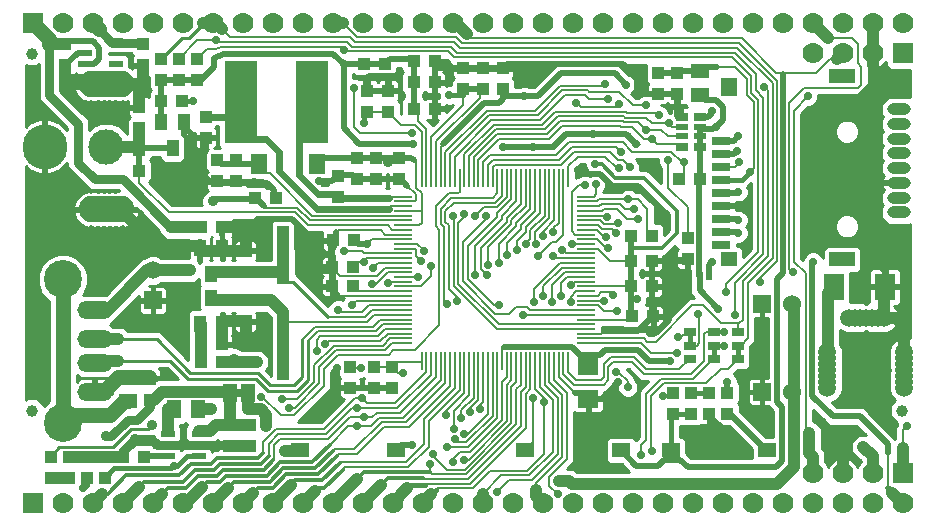
<source format=gbr>
G75*
G70*
%OFA0B0*%
%FSLAX24Y24*%
%IPPOS*%
%LPD*%
%AMOC8*
5,1,8,0,0,1.08239X$1,22.5*
%
%ADD10R,0.0079X0.0591*%
%ADD11R,0.0591X0.0079*%
%ADD12R,0.0400X0.0400*%
%ADD13R,0.0709X0.0630*%
%ADD14R,0.0320X0.0200*%
%ADD15R,0.0394X0.1969*%
%ADD16R,0.0394X0.0551*%
%ADD17R,0.0600X0.0500*%
%ADD18C,0.0394*%
%ADD19R,0.0700X0.0700*%
%ADD20C,0.0700*%
%ADD21R,0.0400X0.0300*%
%ADD22R,0.0400X0.0200*%
%ADD23R,0.0460X0.0630*%
%ADD24R,0.0160X0.0300*%
%ADD25R,0.1102X0.2756*%
%ADD26R,0.0571X0.0709*%
%ADD27R,0.0200X0.0320*%
%ADD28R,0.0600X0.0600*%
%ADD29C,0.0600*%
%ADD30O,0.0780X0.0390*%
%ADD31O,0.1181X0.0591*%
%ADD32C,0.1266*%
%ADD33R,0.0472X0.0217*%
%ADD34R,0.0200X0.0300*%
%ADD35R,0.0500X0.0600*%
%ADD36R,0.0700X0.0900*%
%ADD37C,0.0591*%
%ADD38C,0.0886*%
%ADD39C,0.1502*%
%ADD40C,0.1181*%
%ADD41R,0.0630X0.0276*%
%ADD42R,0.0551X0.0472*%
%ADD43R,0.0551X0.0630*%
%ADD44R,0.0866X0.0472*%
%ADD45C,0.0079*%
%ADD46C,0.0100*%
%ADD47C,0.0400*%
%ADD48C,0.0315*%
%ADD49C,0.0300*%
%ADD50C,0.0500*%
%ADD51C,0.0197*%
%ADD52C,0.0394*%
%ADD53C,0.0354*%
%ADD54C,0.0276*%
%ADD55C,0.0200*%
%ADD56C,0.0205*%
%ADD57C,0.0236*%
%ADD58C,0.0157*%
%ADD59C,0.0080*%
%ADD60C,0.0118*%
%ADD61C,0.0160*%
D10*
X016246Y007222D03*
X016404Y007222D03*
X016561Y007222D03*
X016719Y007222D03*
X016876Y007222D03*
X017034Y007222D03*
X017191Y007222D03*
X017349Y007222D03*
X017506Y007222D03*
X017664Y007222D03*
X017821Y007222D03*
X017979Y007222D03*
X018136Y007222D03*
X018294Y007222D03*
X018451Y007222D03*
X018609Y007222D03*
X018766Y007222D03*
X018923Y007222D03*
X019081Y007222D03*
X019238Y007222D03*
X019396Y007222D03*
X019553Y007222D03*
X019711Y007222D03*
X019868Y007222D03*
X020026Y007222D03*
X020183Y007222D03*
X020341Y007222D03*
X020498Y007222D03*
X020656Y007222D03*
X020813Y007222D03*
X020971Y007222D03*
X021128Y007222D03*
X021128Y013325D03*
X020971Y013325D03*
X020813Y013325D03*
X020656Y013325D03*
X020498Y013325D03*
X020341Y013325D03*
X020183Y013325D03*
X020026Y013325D03*
X019868Y013325D03*
X019711Y013325D03*
X019553Y013325D03*
X019396Y013325D03*
X019238Y013325D03*
X019081Y013325D03*
X018923Y013325D03*
X018766Y013325D03*
X018609Y013325D03*
X018451Y013325D03*
X018294Y013325D03*
X018136Y013325D03*
X017979Y013325D03*
X017821Y013325D03*
X017664Y013325D03*
X017506Y013325D03*
X017349Y013325D03*
X017191Y013325D03*
X017034Y013325D03*
X016876Y013325D03*
X016719Y013325D03*
X016561Y013325D03*
X016404Y013325D03*
X016246Y013325D03*
D11*
X015636Y012714D03*
X015636Y012557D03*
X015636Y012399D03*
X015636Y012242D03*
X015636Y012084D03*
X015636Y011927D03*
X015636Y011769D03*
X015636Y011612D03*
X015636Y011454D03*
X015636Y011297D03*
X015636Y011140D03*
X015636Y010982D03*
X015636Y010825D03*
X015636Y010667D03*
X015636Y010510D03*
X015636Y010352D03*
X015636Y010195D03*
X015636Y010037D03*
X015636Y009880D03*
X015636Y009722D03*
X015636Y009565D03*
X015636Y009407D03*
X015636Y009250D03*
X015636Y009092D03*
X015636Y008935D03*
X015636Y008777D03*
X015636Y008620D03*
X015636Y008462D03*
X015636Y008305D03*
X015636Y008147D03*
X015636Y007990D03*
X015636Y007832D03*
X021738Y007832D03*
X021738Y007990D03*
X021738Y008147D03*
X021738Y008305D03*
X021738Y008462D03*
X021738Y008620D03*
X021738Y008777D03*
X021738Y008935D03*
X021738Y009092D03*
X021738Y009250D03*
X021738Y009407D03*
X021738Y009565D03*
X021738Y009722D03*
X021738Y009880D03*
X021738Y010037D03*
X021738Y010195D03*
X021738Y010352D03*
X021738Y010510D03*
X021738Y010667D03*
X021738Y010825D03*
X021738Y010982D03*
X021738Y011140D03*
X021738Y011297D03*
X021738Y011454D03*
X021738Y011612D03*
X021738Y011769D03*
X021738Y011927D03*
X021738Y012084D03*
X021738Y012242D03*
X021738Y012399D03*
X021738Y012557D03*
X021738Y012714D03*
D12*
X023219Y011415D03*
X023919Y011415D03*
X025105Y011332D03*
X025105Y010632D03*
X023919Y010588D03*
X023219Y010588D03*
X023219Y009722D03*
X023919Y009722D03*
X023959Y008738D03*
X023259Y008738D03*
X024632Y006175D03*
X025233Y006175D03*
X025833Y006175D03*
X026433Y006175D03*
X026433Y005475D03*
X025833Y005475D03*
X025233Y005475D03*
X024632Y005475D03*
X015262Y006341D03*
X014652Y006341D03*
X013845Y006341D03*
X013845Y007041D03*
X014652Y007041D03*
X015262Y007041D03*
X010538Y005112D03*
X009829Y005112D03*
X009829Y004412D03*
X010538Y004412D03*
X006972Y004048D03*
X006272Y004048D03*
X005672Y004048D03*
X005072Y004048D03*
X004472Y004048D03*
X003872Y004048D03*
X003872Y003348D03*
X004472Y003348D03*
X005072Y003348D03*
X005672Y003348D03*
X007191Y005947D03*
X007191Y006647D03*
X008874Y007195D03*
X009574Y007195D03*
X009574Y007795D03*
X008874Y007795D03*
X010374Y008556D03*
X010374Y009256D03*
X010374Y010206D03*
X010374Y010906D03*
X009588Y011691D03*
X008888Y011691D03*
X010699Y012675D03*
X011399Y012675D03*
X010065Y013230D03*
X009435Y013230D03*
X009435Y013930D03*
X010065Y013930D03*
X009042Y014687D03*
X009042Y015387D03*
X008250Y015903D03*
X007550Y015903D03*
X006837Y015702D03*
X006837Y015002D03*
X006837Y014285D03*
X006837Y013585D03*
X007555Y016616D03*
X008156Y016616D03*
X008756Y016616D03*
X008756Y017316D03*
X008156Y017316D03*
X007555Y017316D03*
X006955Y017089D03*
X006955Y017789D03*
X004357Y017789D03*
X004357Y017089D03*
X013451Y013419D03*
X014081Y013309D03*
X014711Y013309D03*
X015498Y013309D03*
X015498Y014009D03*
X014711Y014009D03*
X014081Y014009D03*
X013451Y012719D03*
X013298Y011258D03*
X013998Y011258D03*
X013959Y010382D03*
X013259Y010382D03*
X013259Y009732D03*
X013959Y009732D03*
X024833Y013305D03*
X025533Y013305D03*
X024770Y016144D03*
X024120Y016144D03*
X024120Y016844D03*
X024770Y016844D03*
X018963Y017001D03*
X018294Y017001D03*
X017624Y017001D03*
X016675Y017222D03*
X015975Y017222D03*
X015021Y017143D03*
X014321Y017143D03*
X014435Y016253D03*
X015134Y016253D03*
X015975Y016523D03*
X016675Y016523D03*
X017624Y016301D03*
X018294Y016301D03*
X018963Y016301D03*
X016675Y015647D03*
X015975Y015647D03*
X015134Y015553D03*
X014435Y015553D03*
D13*
X021797Y007084D03*
X021797Y005982D03*
D14*
X014671Y017143D03*
D15*
X011634Y010788D03*
X011634Y007588D03*
D16*
X009598Y008473D03*
X008850Y008473D03*
X009224Y009339D03*
X009224Y010123D03*
X008850Y010989D03*
X009598Y010989D03*
X007939Y014329D03*
X007565Y015195D03*
X008313Y015195D03*
D17*
X006443Y006697D03*
X006443Y005897D03*
X012182Y004256D03*
X015382Y004256D03*
X019682Y004256D03*
X022882Y004256D03*
X024564Y004256D03*
X027764Y004256D03*
X025538Y016094D03*
X025538Y016894D03*
D18*
X032270Y005588D03*
X003254Y005588D03*
X003254Y017478D03*
D19*
X003282Y002506D03*
X032282Y003506D03*
X032282Y017506D03*
X003282Y018506D03*
D20*
X004282Y018506D03*
X005282Y018506D03*
X006282Y018506D03*
X007282Y018506D03*
X008282Y018506D03*
X009282Y018506D03*
X010282Y018506D03*
X011282Y018506D03*
X012282Y018506D03*
X013282Y018506D03*
X014282Y018506D03*
X015282Y018506D03*
X016282Y018506D03*
X017282Y018506D03*
X018282Y018506D03*
X019282Y018506D03*
X020282Y018506D03*
X021282Y018506D03*
X022282Y018506D03*
X023282Y018506D03*
X024282Y018506D03*
X025282Y018506D03*
X026282Y018506D03*
X027282Y018506D03*
X028282Y018506D03*
X029282Y018506D03*
X030282Y018506D03*
X031282Y018506D03*
X032282Y018506D03*
X031282Y017506D03*
X030282Y017506D03*
X029282Y017506D03*
X029282Y003506D03*
X030282Y003506D03*
X031282Y003506D03*
X031282Y002506D03*
X030282Y002506D03*
X029282Y002506D03*
X028282Y002506D03*
X027282Y002506D03*
X026282Y002506D03*
X025282Y002506D03*
X024282Y002506D03*
X023282Y002506D03*
X022282Y002506D03*
X021282Y002506D03*
X020282Y002506D03*
X019282Y002506D03*
X018282Y002506D03*
X017282Y002506D03*
X016282Y002506D03*
X015282Y002506D03*
X014282Y002506D03*
X013282Y002506D03*
X012282Y002506D03*
X011282Y002506D03*
X010282Y002506D03*
X009282Y002506D03*
X008282Y002506D03*
X007282Y002506D03*
X006282Y002506D03*
X005282Y002506D03*
X004282Y002506D03*
X032282Y002506D03*
D21*
X026788Y007304D03*
X026788Y007754D03*
X025981Y007754D03*
X025981Y007304D03*
X025173Y007304D03*
X025173Y007754D03*
X025173Y008204D03*
X025981Y008204D03*
X026788Y008204D03*
X025509Y014376D03*
X024909Y014376D03*
X024909Y015376D03*
X025509Y015376D03*
D22*
X025509Y015026D03*
X025509Y014726D03*
X024909Y014726D03*
X024909Y015026D03*
D23*
X010444Y006179D03*
X009844Y006179D03*
D24*
X010144Y006179D03*
D25*
X010223Y015864D03*
X012585Y015864D03*
D26*
X012760Y013817D03*
X010835Y013817D03*
D27*
X006837Y013935D03*
D28*
X007282Y009256D03*
X027597Y009132D03*
X027597Y006218D03*
D29*
X028597Y006218D03*
X028597Y009132D03*
X007282Y010256D03*
D30*
X032153Y012189D03*
X032153Y012681D03*
X032153Y013173D03*
X032153Y013665D03*
X032153Y014157D03*
X032153Y014649D03*
X032153Y015141D03*
X032153Y015634D03*
D31*
X005349Y008946D03*
X005349Y007962D03*
X005349Y007175D03*
X005349Y006190D03*
D32*
X004282Y005179D03*
X004282Y009958D03*
D33*
X007782Y004821D03*
X007782Y004447D03*
X007782Y004073D03*
X008805Y004073D03*
X008805Y004821D03*
X006049Y017143D03*
X005026Y017143D03*
X005026Y017517D03*
X005026Y017891D03*
X006049Y017891D03*
D34*
X025506Y010077D03*
X025806Y010077D03*
D35*
X008772Y005628D03*
X007972Y005628D03*
D36*
X029975Y009706D03*
X031689Y009706D03*
D37*
X031659Y008688D03*
X031462Y008688D03*
X031265Y008688D03*
X031068Y008688D03*
X030871Y008688D03*
X030675Y008688D03*
X030478Y008688D03*
X029769Y007526D03*
X029769Y007329D03*
X029769Y007132D03*
X029769Y006936D03*
X029769Y006739D03*
X029769Y006542D03*
X029769Y006345D03*
X032328Y006345D03*
X032328Y006542D03*
X032328Y006739D03*
X032328Y006936D03*
X032328Y007132D03*
X032328Y007329D03*
X032328Y007526D03*
D38*
X006231Y012298D03*
X006034Y012298D03*
X005837Y012298D03*
X005640Y012298D03*
X005444Y012298D03*
X005247Y012298D03*
X005247Y016471D03*
X005444Y016471D03*
X005640Y016471D03*
X005837Y016471D03*
X006034Y016471D03*
X006231Y016471D03*
D39*
X003682Y014384D03*
D40*
X005729Y014384D03*
D41*
X026233Y014566D03*
X026233Y014132D03*
X026233Y013699D03*
X026233Y013266D03*
X026233Y012833D03*
X026233Y012400D03*
X026233Y011967D03*
X026233Y011534D03*
X026233Y011101D03*
D42*
X026479Y010629D03*
D43*
X026479Y016377D03*
D44*
X030258Y016731D03*
X030258Y010629D03*
D45*
X029042Y010155D02*
X029042Y004978D01*
X029170Y004850D01*
X031778Y004161D02*
X031778Y003010D01*
X032282Y004340D02*
X032282Y004931D01*
X032427Y005077D01*
X027112Y007990D02*
X026876Y007754D01*
X026788Y007754D01*
X026335Y007754D02*
X025981Y007754D01*
X025498Y007832D02*
X025498Y008777D01*
X025459Y008817D01*
X025636Y009092D02*
X025262Y009092D01*
X024042Y007872D01*
X023766Y007872D01*
X023648Y007990D01*
X021738Y007990D01*
X021738Y008147D02*
X022231Y008147D01*
X022309Y008226D01*
X021758Y008305D02*
X021738Y008305D01*
X018756Y008305D01*
X017309Y009752D01*
X017309Y012065D01*
X017290Y012084D01*
X017467Y011848D02*
X017664Y012045D01*
X017664Y012124D01*
X017467Y011848D02*
X017467Y009821D01*
X018825Y008462D01*
X021738Y008462D01*
X021738Y008620D02*
X023140Y008620D01*
X023259Y008738D01*
X022742Y008895D02*
X022309Y008895D01*
X022112Y009092D01*
X021738Y009092D01*
X021738Y008935D02*
X019868Y008935D01*
X019750Y009053D01*
X019396Y009053D01*
X019160Y008817D01*
X018697Y008817D01*
X017624Y009890D01*
X017624Y011218D01*
X018392Y011986D01*
X018392Y012065D01*
X018313Y012360D02*
X018746Y012360D01*
X019081Y012695D01*
X019081Y013325D01*
X019238Y013325D02*
X019238Y012636D01*
X018766Y012163D01*
X018766Y012045D01*
X017782Y011061D01*
X017782Y009958D01*
X018648Y009092D01*
X018805Y009092D01*
X019612Y008777D02*
X021738Y008777D01*
X021207Y009210D02*
X021207Y009388D01*
X021384Y009565D01*
X021738Y009565D01*
X021738Y009722D02*
X023219Y009722D01*
X022624Y009447D02*
X022546Y009525D01*
X022231Y009525D01*
X022112Y009407D01*
X021738Y009407D01*
X021738Y009250D02*
X022329Y009250D01*
X021738Y009880D02*
X021325Y009880D01*
X021207Y009762D01*
X021089Y010037D02*
X020892Y009840D01*
X020892Y009407D01*
X020597Y009191D02*
X020597Y009781D01*
X021010Y010195D01*
X021738Y010195D01*
X021738Y010352D02*
X020922Y010352D01*
X020301Y009732D01*
X020301Y009417D01*
X019986Y009210D02*
X019986Y009643D01*
X020853Y010510D01*
X021738Y010510D01*
X021738Y010667D02*
X020695Y010667D01*
X020616Y010746D01*
X020931Y010943D02*
X021049Y010825D01*
X021738Y010825D01*
X021738Y010982D02*
X022112Y010982D01*
X022506Y010588D01*
X023219Y010588D01*
X022467Y011002D02*
X022378Y011002D01*
X022083Y011297D01*
X021738Y011297D01*
X021738Y011140D02*
X021246Y011140D01*
X021364Y011454D02*
X021246Y011573D01*
X021246Y012872D01*
X021483Y013108D01*
X021699Y013108D01*
X022053Y013128D02*
X022053Y012793D01*
X021975Y012714D01*
X021738Y012714D01*
X021738Y012557D02*
X022083Y012557D01*
X022162Y012636D01*
X023136Y012636D01*
X023451Y012636D01*
X023766Y012321D01*
X023766Y011568D01*
X023919Y011415D01*
X023471Y011966D02*
X023097Y011966D01*
X022742Y012321D01*
X022319Y012321D01*
X022240Y012242D01*
X021738Y012242D01*
X021738Y012399D02*
X022162Y012399D01*
X022240Y012478D01*
X022860Y012478D01*
X023018Y012321D01*
X023333Y012321D01*
X022782Y011848D02*
X022723Y011789D01*
X022319Y011789D01*
X022181Y011927D01*
X021738Y011927D01*
X021738Y012084D02*
X022388Y012084D01*
X022427Y012045D01*
X022132Y011769D02*
X022260Y011641D01*
X022575Y011641D01*
X022723Y011494D01*
X022378Y011386D02*
X022309Y011386D01*
X022083Y011612D01*
X021738Y011612D01*
X021738Y011769D02*
X022132Y011769D01*
X021738Y011454D02*
X021364Y011454D01*
X020971Y011454D02*
X020971Y013325D01*
X021128Y013325D02*
X021128Y013738D01*
X021443Y014053D01*
X022368Y014053D01*
X022742Y013679D01*
X022821Y013679D01*
X022801Y013935D02*
X022939Y013935D01*
X023175Y013699D01*
X022801Y013935D02*
X022526Y014210D01*
X021325Y014210D01*
X020892Y013777D01*
X018687Y013777D01*
X018609Y013699D01*
X018609Y013325D01*
X018766Y013325D02*
X018766Y012832D01*
X018609Y012675D01*
X017231Y012675D01*
X016876Y012321D01*
X016876Y011809D01*
X016994Y011691D01*
X016994Y009230D01*
X017093Y009132D01*
X017427Y009250D02*
X017427Y009368D01*
X017152Y009643D01*
X017152Y011769D01*
X017034Y011888D01*
X017034Y012242D01*
X017309Y012517D01*
X018687Y012517D01*
X018923Y012754D01*
X018923Y013325D01*
X018451Y013325D02*
X018451Y013777D01*
X018609Y013935D01*
X020813Y013935D01*
X021246Y014368D01*
X022733Y014368D01*
X022880Y014220D01*
X022939Y014525D02*
X023254Y014210D01*
X024553Y014210D01*
X024908Y013856D01*
X024986Y013856D01*
X024986Y013458D01*
X024833Y013305D01*
X024455Y013010D02*
X025105Y012360D01*
X025105Y011332D01*
X026404Y009801D02*
X027467Y010864D01*
X027467Y015943D01*
X027231Y016179D01*
X027231Y016730D01*
X026601Y017360D01*
X017309Y017360D01*
X017112Y017557D01*
X013707Y017557D01*
X013648Y017616D01*
X013549Y017714D01*
X009544Y017714D01*
X009375Y017646D01*
X009086Y017646D01*
X008756Y017316D01*
X008156Y017316D02*
X008770Y017931D01*
X009386Y017931D01*
X009445Y017872D01*
X013766Y017872D01*
X013923Y017714D01*
X017231Y017714D01*
X017427Y017517D01*
X026679Y017517D01*
X027388Y016809D01*
X027388Y016258D01*
X027624Y016021D01*
X027624Y010795D01*
X026679Y009850D01*
X026679Y008758D01*
X026788Y008502D02*
X026227Y008502D01*
X025636Y009092D01*
X026404Y009525D02*
X026404Y009801D01*
X026955Y009903D02*
X026955Y008620D01*
X026837Y008502D01*
X026788Y008502D01*
X026788Y008204D01*
X027112Y007990D02*
X027112Y009840D01*
X027939Y010667D01*
X027939Y016494D01*
X026758Y017675D01*
X017506Y017675D01*
X017309Y017872D01*
X014010Y017872D01*
X013853Y018029D01*
X009868Y018029D01*
X009593Y018305D01*
X013605Y018506D02*
X014081Y018029D01*
X017388Y018029D01*
X017585Y017832D01*
X026837Y017832D01*
X028097Y016573D01*
X028097Y010588D01*
X027526Y010017D01*
X027526Y009880D01*
X026955Y009903D02*
X027782Y010730D01*
X027782Y016258D01*
X027664Y016376D01*
X027309Y015864D02*
X027073Y016100D01*
X027073Y016651D01*
X026679Y017045D01*
X026089Y017045D01*
X026916Y017990D02*
X028057Y016848D01*
X028294Y016848D01*
X028294Y016789D01*
X028294Y016848D02*
X029396Y016848D01*
X029868Y017321D01*
X030097Y017321D01*
X030774Y017163D02*
X030774Y017793D01*
X030577Y017990D01*
X029797Y017990D01*
X030774Y017163D02*
X030892Y017045D01*
X030892Y016454D01*
X030774Y016336D01*
X029002Y016336D01*
X028490Y015825D01*
X028490Y010313D01*
X028609Y010195D01*
X028648Y010549D02*
X029042Y010155D01*
X028648Y010549D02*
X028648Y015588D01*
X029120Y016061D01*
X027309Y015864D02*
X027309Y013659D01*
X027191Y013541D01*
X026837Y013856D02*
X026680Y013699D01*
X026233Y013699D01*
X024909Y014376D02*
X024799Y014486D01*
X024081Y014486D01*
X023923Y014643D01*
X023648Y014643D01*
X023254Y015037D01*
X022900Y015037D01*
X022860Y015077D01*
X020931Y015077D01*
X020498Y014643D01*
X018825Y014643D01*
X018136Y013954D01*
X018136Y013325D01*
X017979Y013325D02*
X017979Y014023D01*
X018756Y014801D01*
X020420Y014801D01*
X020853Y015234D01*
X022939Y015234D01*
X022979Y015195D01*
X023471Y015195D01*
X023727Y014939D01*
X024226Y014939D01*
X024439Y014726D01*
X024909Y014726D01*
X024909Y015026D02*
X024604Y015026D01*
X024475Y015155D01*
X023923Y015155D01*
X023727Y015352D01*
X023018Y015352D01*
X022979Y015391D01*
X020774Y015391D01*
X020341Y014958D01*
X018707Y014958D01*
X017821Y014073D01*
X017821Y013325D01*
X017664Y013325D02*
X017664Y014132D01*
X018648Y015116D01*
X020262Y015116D01*
X020695Y015549D01*
X023057Y015549D01*
X023097Y015510D01*
X024081Y015510D01*
X024160Y015431D01*
X023727Y015766D02*
X023274Y015766D01*
X022821Y016218D01*
X021837Y016218D01*
X021797Y016258D01*
X020931Y016258D01*
X020105Y015431D01*
X018490Y015431D01*
X017191Y014132D01*
X017191Y013325D01*
X017034Y013325D02*
X017034Y014210D01*
X018412Y015588D01*
X020026Y015588D01*
X020853Y016415D01*
X022309Y016415D01*
X022368Y016474D01*
X021837Y015962D02*
X021699Y016100D01*
X021010Y016100D01*
X020183Y015273D01*
X018569Y015273D01*
X017349Y014053D01*
X017349Y013325D01*
X017506Y013325D02*
X017506Y012872D01*
X017467Y012832D01*
X017152Y012832D01*
X016719Y012399D01*
X016719Y011730D01*
X016837Y011612D01*
X016837Y008423D01*
X016010Y007596D01*
X015301Y007596D01*
X015144Y007439D01*
X013451Y007439D01*
X012979Y006966D01*
X012979Y006415D01*
X011994Y005431D01*
X011542Y005431D01*
X010921Y006051D01*
X010892Y006051D01*
X011601Y005962D02*
X012073Y005962D01*
X012664Y006553D01*
X012664Y007104D01*
X013313Y007754D01*
X014947Y007754D01*
X015183Y007990D01*
X015636Y007990D01*
X015636Y008147D02*
X015105Y008147D01*
X014868Y007911D01*
X013107Y007911D01*
X013008Y007813D01*
X012860Y008069D02*
X012742Y007951D01*
X012742Y007577D01*
X012467Y007911D02*
X012782Y008226D01*
X014711Y008226D01*
X014947Y008462D01*
X015636Y008462D01*
X015636Y008305D02*
X015026Y008305D01*
X014790Y008069D01*
X012860Y008069D01*
X012703Y008384D02*
X012270Y007951D01*
X012703Y008384D02*
X014632Y008384D01*
X014868Y008620D01*
X015636Y008620D01*
X015636Y008777D02*
X014671Y008777D01*
X014435Y008541D01*
X011634Y008541D01*
X013131Y008708D02*
X013141Y008699D01*
X014357Y008699D01*
X014593Y008935D01*
X015636Y008935D01*
X015636Y009092D02*
X014494Y009092D01*
X014258Y008856D01*
X013549Y008856D01*
X013451Y008954D01*
X013923Y009112D02*
X014061Y009250D01*
X015636Y009250D01*
X015636Y009407D02*
X013461Y009407D01*
X013959Y009732D02*
X014126Y009565D01*
X015636Y009565D01*
X015636Y009722D02*
X016207Y009722D01*
X016542Y010057D01*
X016542Y010391D01*
X016207Y010569D02*
X016049Y010726D01*
X016049Y010943D01*
X016010Y010982D01*
X015636Y010982D01*
X015636Y010825D02*
X014327Y010825D01*
X014258Y010893D01*
X013648Y010893D01*
X014126Y010549D02*
X013959Y010382D01*
X014126Y010549D02*
X014313Y010549D01*
X014431Y010667D01*
X015636Y010667D01*
X015636Y010510D02*
X014790Y010510D01*
X014632Y010352D01*
X014760Y010086D02*
X014425Y010086D01*
X014396Y010057D01*
X013510Y010057D01*
X013274Y010293D01*
X014593Y009821D02*
X014731Y009821D01*
X015105Y010195D01*
X015636Y010195D01*
X015636Y010352D02*
X015026Y010352D01*
X014760Y010086D01*
X015134Y009840D02*
X015173Y009880D01*
X015636Y009880D01*
X015636Y010037D02*
X016128Y010037D01*
X016305Y010913D02*
X016305Y010933D01*
X016099Y011140D01*
X015636Y011140D01*
X015636Y011297D02*
X014583Y011297D01*
X014425Y011140D01*
X014888Y011592D02*
X013471Y011592D01*
X013402Y011523D01*
X012526Y011927D02*
X015636Y011927D01*
X015636Y012084D02*
X012591Y012084D01*
X011286Y013390D01*
X010990Y012409D02*
X011049Y012350D01*
X012103Y012350D01*
X012526Y011927D01*
X012457Y011769D02*
X015105Y011769D01*
X015262Y011612D01*
X015636Y011612D01*
X015636Y011769D02*
X016168Y011769D01*
X016246Y011848D01*
X016246Y012242D01*
X016246Y012823D01*
X016049Y013019D01*
X016049Y013856D01*
X015975Y013930D01*
X016876Y014388D02*
X016955Y014466D01*
X016876Y014388D02*
X016876Y013325D01*
X016719Y013325D02*
X016719Y014565D01*
X018175Y016021D01*
X018175Y016183D01*
X018294Y016301D01*
X017624Y016090D02*
X017624Y015766D01*
X016561Y014703D01*
X016561Y013325D01*
X016404Y013325D02*
X016404Y014958D01*
X016128Y015234D01*
X016128Y015494D01*
X015975Y015647D01*
X015571Y015116D02*
X015134Y015553D01*
X014435Y015553D01*
X014002Y015037D02*
X014199Y014840D01*
X015912Y014840D01*
X016010Y015116D02*
X015571Y015116D01*
X016010Y015116D02*
X016246Y014880D01*
X016246Y013325D01*
X015764Y013088D02*
X016049Y012803D01*
X016049Y012596D01*
X016010Y012557D01*
X015636Y012557D01*
X015636Y012714D02*
X015183Y012714D01*
X015144Y012675D01*
X015223Y012399D02*
X015636Y012399D01*
X015636Y012242D02*
X016246Y012242D01*
X015636Y011454D02*
X015026Y011454D01*
X014888Y011592D01*
X015636Y011297D02*
X015656Y011297D01*
X018038Y011080D02*
X018038Y010096D01*
X018215Y010293D02*
X018215Y011021D01*
X019081Y011888D01*
X019081Y012006D01*
X019553Y012478D01*
X019553Y013325D01*
X019396Y013325D02*
X019396Y012557D01*
X018923Y012084D01*
X018923Y011966D01*
X018038Y011080D01*
X018471Y011041D02*
X019238Y011809D01*
X019238Y011927D01*
X019711Y012399D01*
X019711Y013325D01*
X019868Y013325D02*
X019868Y012321D01*
X019396Y011848D01*
X019396Y011730D01*
X018805Y011140D01*
X018805Y010539D01*
X018835Y010510D01*
X019081Y010766D02*
X019081Y011179D01*
X019553Y011651D01*
X019553Y011769D01*
X020026Y012242D01*
X020026Y013325D01*
X020183Y013325D02*
X020183Y012163D01*
X019711Y011691D01*
X019711Y011533D01*
X019416Y011238D01*
X019416Y010923D01*
X020065Y011130D02*
X020065Y011179D01*
X020026Y011218D01*
X020026Y011533D01*
X020498Y012006D01*
X020498Y013325D01*
X020341Y013325D02*
X020341Y012084D01*
X019868Y011612D01*
X019868Y011297D01*
X019711Y011140D01*
X020124Y010746D02*
X020597Y011218D01*
X020734Y011218D01*
X020971Y011454D01*
X020626Y011523D02*
X020626Y011661D01*
X020813Y011848D01*
X020813Y013325D01*
X020656Y013325D02*
X020656Y011927D01*
X020282Y011553D01*
X020282Y011415D01*
X018471Y011041D02*
X018471Y010451D01*
X018215Y010293D02*
X018412Y010096D01*
X021089Y010037D02*
X021738Y010037D01*
X024780Y008029D02*
X024898Y008029D01*
X025072Y008204D01*
X025173Y008204D01*
X025656Y008147D02*
X025712Y008204D01*
X025981Y008204D01*
X026335Y008204D01*
X025656Y008147D02*
X025656Y007242D01*
X025223Y006809D01*
X023648Y006809D01*
X023254Y007203D01*
X022624Y007203D01*
X022467Y007045D01*
X022467Y006612D01*
X022309Y006454D01*
X021325Y006454D01*
X020971Y006809D01*
X020971Y007222D01*
X021128Y007222D02*
X021128Y006888D01*
X021404Y006612D01*
X022231Y006612D01*
X022309Y006691D01*
X022309Y007124D01*
X022546Y007360D01*
X023333Y007360D01*
X023727Y006966D01*
X024836Y006966D01*
X025173Y007304D01*
X024760Y007517D02*
X023884Y007517D01*
X023569Y007832D01*
X021738Y007832D01*
X020813Y007222D02*
X020813Y006720D01*
X021355Y006179D01*
X021089Y006179D02*
X020656Y006612D01*
X020656Y007222D01*
X020498Y007222D02*
X020498Y006533D01*
X020931Y006100D01*
X020931Y004053D01*
X020065Y003187D01*
X020065Y002951D01*
X019908Y003266D02*
X020774Y004132D01*
X020774Y006021D01*
X020341Y006454D01*
X020341Y007222D01*
X020183Y007222D02*
X020183Y006376D01*
X020616Y005943D01*
X020616Y004210D01*
X019829Y003423D01*
X018884Y003423D01*
X018282Y002821D01*
X017939Y002990D02*
X018530Y003580D01*
X019750Y003580D01*
X020311Y004141D01*
X020311Y005884D01*
X020311Y006021D01*
X020026Y006307D01*
X020026Y007222D01*
X019868Y007222D02*
X019868Y006297D01*
X019711Y006140D01*
X019711Y005008D01*
X017851Y003147D01*
X016404Y003147D01*
X016364Y003108D01*
X016325Y003305D02*
X017792Y003305D01*
X019553Y005067D01*
X019553Y006218D01*
X019711Y006376D01*
X019711Y007222D01*
X019553Y007222D02*
X019553Y006454D01*
X019396Y006297D01*
X019396Y005126D01*
X017733Y003462D01*
X016601Y003462D01*
X016522Y003541D01*
X016522Y003797D01*
X016610Y004082D02*
X017073Y003620D01*
X017683Y003620D01*
X019238Y005175D01*
X019238Y006376D01*
X019396Y006533D01*
X019396Y007222D01*
X019238Y007222D02*
X019238Y006612D01*
X019081Y006454D01*
X019081Y005224D01*
X017811Y003954D01*
X017644Y003954D01*
X017526Y004210D02*
X017290Y003974D01*
X017290Y003876D01*
X016610Y004082D02*
X016610Y004141D01*
X016483Y004378D02*
X016483Y005234D01*
X017506Y006258D01*
X017506Y007222D01*
X017349Y007222D02*
X017349Y006336D01*
X016325Y005313D01*
X016325Y004456D01*
X015725Y003856D01*
X013521Y003856D01*
X013512Y003847D01*
X013703Y003699D02*
X013625Y003620D01*
X013703Y003699D02*
X015803Y003699D01*
X016483Y004378D01*
X017093Y004388D02*
X017112Y004368D01*
X017801Y004368D01*
X018766Y005332D01*
X018766Y007222D01*
X018609Y007222D02*
X018609Y005411D01*
X017723Y004525D01*
X017457Y004525D01*
X017359Y004624D01*
X017654Y004821D02*
X017801Y004821D01*
X018451Y005470D01*
X018451Y007222D01*
X018294Y007222D02*
X018294Y005864D01*
X018195Y005766D01*
X018195Y005647D01*
X018136Y005953D02*
X017860Y005677D01*
X017860Y005529D01*
X017565Y005608D02*
X017565Y005332D01*
X017565Y005608D02*
X017979Y006021D01*
X017979Y007222D01*
X018136Y007222D02*
X018136Y005953D01*
X017821Y006100D02*
X017309Y005588D01*
X017309Y004998D01*
X017329Y004978D01*
X017053Y005441D02*
X017053Y005569D01*
X017664Y006179D01*
X017664Y007222D01*
X017821Y007222D02*
X017821Y006100D01*
X017191Y006415D02*
X015813Y005037D01*
X014986Y005037D01*
X014081Y004132D01*
X013458Y004132D01*
X013412Y004086D01*
X013273Y004247D02*
X013315Y004289D01*
X014002Y004289D01*
X014908Y005195D01*
X015721Y005195D01*
X017034Y006508D01*
X017034Y007222D01*
X017191Y007222D02*
X017191Y006415D01*
X016876Y006600D02*
X016876Y007222D01*
X016719Y007222D02*
X016719Y006693D01*
X015536Y005510D01*
X014750Y005510D01*
X014603Y005362D01*
X014307Y005362D01*
X013855Y005362D01*
X013136Y004643D01*
X011521Y004643D01*
X011325Y004448D01*
X011325Y003949D01*
X011303Y003927D01*
X011142Y004066D02*
X011142Y004486D01*
X011457Y004801D01*
X013057Y004801D01*
X013914Y005657D01*
X014101Y005657D01*
X015433Y005657D01*
X016561Y006785D01*
X016561Y007222D01*
X016404Y007222D02*
X016404Y006878D01*
X015351Y005825D01*
X014423Y005825D01*
X014246Y006002D01*
X014032Y006002D01*
X012988Y004958D01*
X011393Y004958D01*
X010971Y004536D01*
X010971Y004195D01*
X010952Y004176D01*
X013173Y004447D02*
X013803Y005077D01*
X014091Y005077D01*
X014553Y005077D01*
X014829Y005352D01*
X015628Y005352D01*
X016821Y006545D01*
X016227Y007203D02*
X015424Y007203D01*
X015262Y007041D01*
X015455Y006848D01*
X015616Y006848D01*
X015262Y007041D02*
X014652Y007041D01*
X014219Y006996D02*
X013890Y006996D01*
X013845Y007041D01*
X013382Y007596D02*
X015026Y007596D01*
X015262Y007832D01*
X015636Y007832D01*
X016246Y007222D02*
X016227Y007203D01*
X018923Y007222D02*
X018923Y007636D01*
X019002Y007714D01*
X019081Y007222D02*
X019081Y006691D01*
X018923Y006533D01*
X018923Y005273D01*
X017860Y004210D01*
X017526Y004210D01*
X016325Y003305D02*
X016286Y003344D01*
X016727Y002951D02*
X016766Y002990D01*
X017939Y002990D01*
X018766Y002872D02*
X019160Y003266D01*
X019908Y003266D01*
X020498Y003384D02*
X020498Y003069D01*
X020774Y002793D01*
X020498Y003384D02*
X021089Y003974D01*
X021089Y006179D01*
X019967Y006002D02*
X019967Y004541D01*
X019682Y004256D01*
X019676Y004250D01*
X023569Y004092D02*
X023569Y004447D01*
X023727Y004604D01*
X023727Y006140D01*
X024238Y006651D01*
X025301Y006651D01*
X025853Y007203D01*
X025850Y007203D01*
X025951Y007304D01*
X025981Y007304D01*
X026207Y006966D02*
X025734Y006494D01*
X024317Y006494D01*
X023884Y006061D01*
X023884Y004289D01*
X023923Y004250D01*
X024278Y006061D02*
X024518Y006061D01*
X024632Y006175D01*
X023116Y006356D02*
X023116Y006563D01*
X022801Y006878D01*
X022723Y006878D01*
X025173Y007754D02*
X025420Y007754D01*
X025498Y007832D01*
X026450Y006966D02*
X026788Y007304D01*
X026450Y006966D02*
X026207Y006966D01*
X018313Y012360D02*
X018018Y012065D01*
X018294Y013325D02*
X018294Y013856D01*
X018530Y014092D01*
X020734Y014092D01*
X021168Y014525D01*
X022939Y014525D01*
X024455Y013929D02*
X024455Y013010D01*
X022723Y015706D02*
X021542Y015706D01*
X021404Y015844D01*
X021837Y015962D02*
X022467Y015962D01*
X022723Y015706D02*
X022821Y015805D01*
X026916Y017990D02*
X017900Y017990D01*
X017742Y018147D01*
X014002Y016336D02*
X014002Y015037D01*
X012034Y012193D02*
X012457Y011769D01*
X012034Y012193D02*
X007831Y012193D01*
X006837Y013187D01*
X006837Y013585D01*
X012821Y007035D02*
X013382Y007596D01*
X012821Y007035D02*
X012821Y006494D01*
X012014Y005687D01*
X011837Y005687D01*
D46*
X012466Y005553D02*
X013234Y005553D01*
X013136Y005455D02*
X012367Y005455D01*
X012269Y005356D02*
X013037Y005356D01*
X012939Y005258D02*
X012170Y005258D01*
X012118Y005205D02*
X013081Y006168D01*
X013225Y006313D01*
X013225Y006864D01*
X013437Y007076D01*
X013437Y006755D01*
X013528Y006664D01*
X013475Y006611D01*
X013475Y006391D01*
X013795Y006391D01*
X013795Y006291D01*
X013475Y006291D01*
X013475Y006070D01*
X013574Y005971D01*
X013652Y005971D01*
X012886Y005205D01*
X012118Y005205D01*
X012564Y005652D02*
X013333Y005652D01*
X013431Y005750D02*
X012663Y005750D01*
X012761Y005849D02*
X013530Y005849D01*
X013628Y005947D02*
X012860Y005947D01*
X012958Y006046D02*
X013499Y006046D01*
X013475Y006144D02*
X013057Y006144D01*
X013156Y006243D02*
X013475Y006243D01*
X013475Y006440D02*
X013225Y006440D01*
X013225Y006342D02*
X013795Y006342D01*
X013895Y006342D02*
X014164Y006342D01*
X014177Y006347D02*
X014050Y006294D01*
X014047Y006291D01*
X013895Y006291D01*
X013895Y006391D01*
X014215Y006391D01*
X014215Y006611D01*
X014175Y006651D01*
X014287Y006651D01*
X014331Y006668D01*
X014335Y006664D01*
X014282Y006611D01*
X014282Y006391D01*
X014602Y006391D01*
X014602Y006291D01*
X014445Y006291D01*
X014441Y006294D01*
X014315Y006347D01*
X014177Y006347D01*
X014215Y006440D02*
X014282Y006440D01*
X014282Y006539D02*
X014215Y006539D01*
X014189Y006637D02*
X014308Y006637D01*
X014328Y006342D02*
X014602Y006342D01*
X014702Y006342D02*
X015212Y006342D01*
X015212Y006391D02*
X015212Y006291D01*
X015022Y006291D01*
X014702Y006291D01*
X014702Y006391D01*
X015022Y006391D01*
X015212Y006391D01*
X013501Y006637D02*
X013225Y006637D01*
X013225Y006539D02*
X013475Y006539D01*
X013456Y006736D02*
X013225Y006736D01*
X013225Y006834D02*
X013437Y006834D01*
X013437Y006933D02*
X013294Y006933D01*
X013393Y007031D02*
X013437Y007031D01*
X012467Y006610D02*
X012467Y007911D01*
X012270Y007951D02*
X012270Y006713D01*
X011994Y006438D01*
X011181Y006438D01*
X010773Y006845D01*
X008533Y006845D01*
X007410Y007968D01*
X006120Y007968D01*
X006439Y008226D02*
X006289Y008376D01*
X005941Y008376D01*
X005863Y008454D01*
X005947Y008539D01*
X005954Y008539D01*
X006193Y008777D01*
X006812Y009396D01*
X006812Y009396D01*
X006812Y009291D01*
X007246Y009291D01*
X007246Y009221D01*
X006812Y009221D01*
X006812Y008885D01*
X006911Y008786D01*
X007247Y008786D01*
X007247Y009220D01*
X007317Y009220D01*
X007317Y008786D01*
X007652Y008786D01*
X007752Y008885D01*
X007752Y009221D01*
X007317Y009221D01*
X007317Y009291D01*
X007247Y009291D01*
X007247Y009726D01*
X007141Y009726D01*
X007169Y009753D01*
X007181Y009748D01*
X007383Y009748D01*
X007569Y009825D01*
X007592Y009848D01*
X008699Y009848D01*
X008817Y009966D01*
X008817Y009954D01*
X008820Y009951D01*
X008820Y009761D01*
X008850Y009731D01*
X008820Y009700D01*
X008820Y009511D01*
X008817Y009507D01*
X008817Y009424D01*
X008817Y009087D01*
X008820Y009084D01*
X008820Y008977D01*
X008842Y008956D01*
X008567Y008956D01*
X008446Y008834D01*
X008446Y008640D01*
X008446Y008305D01*
X008446Y008111D01*
X008470Y008087D01*
X008470Y008084D01*
X008467Y008081D01*
X008467Y007964D01*
X008467Y007275D01*
X007516Y008226D01*
X007303Y008226D01*
X006439Y008226D01*
X006352Y008312D02*
X008446Y008312D01*
X008446Y008214D02*
X007528Y008214D01*
X007627Y008115D02*
X008446Y008115D01*
X008467Y008017D02*
X007725Y008017D01*
X007824Y007918D02*
X008467Y007918D01*
X008467Y007820D02*
X007922Y007820D01*
X008021Y007721D02*
X008467Y007721D01*
X008467Y007623D02*
X008119Y007623D01*
X008218Y007524D02*
X008467Y007524D01*
X008467Y007426D02*
X008316Y007426D01*
X008415Y007327D02*
X008467Y007327D01*
X007855Y007247D02*
X008457Y006645D01*
X010712Y006645D01*
X011120Y006238D01*
X012094Y006238D01*
X012467Y006610D01*
X011229Y006753D02*
X011050Y006932D01*
X011146Y007028D01*
X011146Y007362D01*
X010909Y007599D01*
X010252Y007599D01*
X010204Y007647D01*
X010063Y007705D01*
X009944Y007705D01*
X009944Y007745D01*
X009624Y007745D01*
X009624Y007845D01*
X009524Y007845D01*
X009524Y008027D01*
X009550Y008027D01*
X009550Y008424D01*
X009647Y008424D01*
X009647Y008521D01*
X009965Y008521D01*
X009965Y008819D01*
X009935Y008848D01*
X010026Y008848D01*
X010004Y008826D01*
X010004Y008606D01*
X010324Y008606D01*
X010324Y008506D01*
X010004Y008506D01*
X010004Y008285D01*
X010104Y008186D01*
X010324Y008186D01*
X010324Y008506D01*
X010424Y008506D01*
X010424Y008606D01*
X010744Y008606D01*
X010744Y008826D01*
X010722Y008848D01*
X011066Y008848D01*
X011226Y008688D01*
X011226Y007419D01*
X011229Y007416D01*
X011229Y006753D01*
X011229Y006834D02*
X011148Y006834D01*
X011229Y006933D02*
X011051Y006933D01*
X011146Y007031D02*
X011229Y007031D01*
X011229Y007130D02*
X011146Y007130D01*
X011146Y007228D02*
X011229Y007228D01*
X011229Y007327D02*
X011146Y007327D01*
X011083Y007426D02*
X011226Y007426D01*
X011226Y007524D02*
X010985Y007524D01*
X011226Y007623D02*
X010228Y007623D01*
X009944Y007721D02*
X011226Y007721D01*
X011226Y007820D02*
X009624Y007820D01*
X009624Y007845D02*
X009944Y007845D01*
X009944Y008065D01*
X009924Y008086D01*
X009965Y008127D01*
X009965Y008424D01*
X009647Y008424D01*
X009647Y008165D01*
X009624Y008165D01*
X009624Y007845D01*
X009624Y007918D02*
X009524Y007918D01*
X009524Y008017D02*
X009624Y008017D01*
X009624Y008115D02*
X009550Y008115D01*
X009550Y008214D02*
X009647Y008214D01*
X009647Y008312D02*
X009550Y008312D01*
X009550Y008411D02*
X009647Y008411D01*
X009647Y008510D02*
X010324Y008510D01*
X010324Y008411D02*
X010424Y008411D01*
X010424Y008506D02*
X010424Y008186D01*
X010645Y008186D01*
X010744Y008285D01*
X010744Y008506D01*
X010424Y008506D01*
X010424Y008510D02*
X011226Y008510D01*
X011226Y008608D02*
X010744Y008608D01*
X010744Y008707D02*
X011208Y008707D01*
X011109Y008805D02*
X010744Y008805D01*
X010744Y008411D02*
X011226Y008411D01*
X011226Y008312D02*
X010744Y008312D01*
X010673Y008214D02*
X011226Y008214D01*
X011226Y008115D02*
X009954Y008115D01*
X009944Y008017D02*
X011226Y008017D01*
X011226Y007918D02*
X009944Y007918D01*
X009965Y008214D02*
X010076Y008214D01*
X010004Y008312D02*
X009965Y008312D01*
X009965Y008411D02*
X010004Y008411D01*
X010004Y008608D02*
X009965Y008608D01*
X009965Y008707D02*
X010004Y008707D01*
X010004Y008805D02*
X009965Y008805D01*
X009647Y008805D02*
X009550Y008805D01*
X009550Y008848D02*
X009550Y008521D01*
X009647Y008521D01*
X009647Y008848D01*
X009550Y008848D01*
X009550Y008707D02*
X009647Y008707D01*
X009647Y008608D02*
X009550Y008608D01*
X010324Y008312D02*
X010424Y008312D01*
X010424Y008214D02*
X010324Y008214D01*
X008820Y009002D02*
X007752Y009002D01*
X007752Y008904D02*
X008516Y008904D01*
X008446Y008805D02*
X007672Y008805D01*
X007317Y008805D02*
X007247Y008805D01*
X007247Y008904D02*
X007317Y008904D01*
X007317Y009002D02*
X007247Y009002D01*
X007247Y009101D02*
X007317Y009101D01*
X007317Y009199D02*
X007247Y009199D01*
X007247Y009298D02*
X007317Y009298D01*
X007317Y009291D02*
X007317Y009726D01*
X007652Y009726D01*
X007752Y009626D01*
X007752Y009291D01*
X007317Y009291D01*
X007317Y009396D02*
X007247Y009396D01*
X007247Y009495D02*
X007317Y009495D01*
X007317Y009594D02*
X007247Y009594D01*
X007247Y009692D02*
X007317Y009692D01*
X007485Y009791D02*
X008820Y009791D01*
X008820Y009889D02*
X008739Y009889D01*
X008820Y009692D02*
X007686Y009692D01*
X007752Y009594D02*
X008820Y009594D01*
X008817Y009495D02*
X007752Y009495D01*
X007752Y009396D02*
X008817Y009396D01*
X008817Y009298D02*
X007752Y009298D01*
X007752Y009199D02*
X008817Y009199D01*
X008817Y009101D02*
X007752Y009101D01*
X008446Y008707D02*
X006122Y008707D01*
X006220Y008805D02*
X006892Y008805D01*
X006812Y008904D02*
X006319Y008904D01*
X006417Y009002D02*
X006812Y009002D01*
X006812Y009101D02*
X006516Y009101D01*
X006615Y009199D02*
X006812Y009199D01*
X006812Y009298D02*
X006713Y009298D01*
X006053Y009791D02*
X005122Y009791D01*
X005122Y010125D01*
X004994Y010434D01*
X004758Y010671D01*
X004449Y010799D01*
X004114Y010799D01*
X003806Y010671D01*
X003569Y010434D01*
X003441Y010125D01*
X003441Y009791D01*
X003569Y009482D01*
X003806Y009245D01*
X003824Y009238D01*
X003824Y005899D01*
X003806Y005891D01*
X003658Y005744D01*
X003658Y005756D01*
X003422Y005993D01*
X003087Y005993D01*
X003039Y005945D01*
X003039Y013724D01*
X003160Y013603D01*
X003498Y013463D01*
X003632Y013463D01*
X003632Y014334D01*
X003732Y014334D01*
X003732Y013463D01*
X003865Y013463D01*
X004204Y013603D01*
X004424Y013824D01*
X004424Y013701D01*
X004634Y013492D01*
X005194Y012931D01*
X005490Y012931D01*
X006147Y012931D01*
X006168Y012911D01*
X006156Y012911D01*
X006084Y012911D01*
X006084Y012900D01*
X006034Y012880D01*
X005984Y012900D01*
X005984Y012911D01*
X005959Y012911D01*
X005887Y012911D01*
X005887Y012900D01*
X005837Y012880D01*
X005787Y012900D01*
X005787Y012911D01*
X005762Y012911D01*
X005721Y012911D01*
X005715Y012911D01*
X005690Y012911D01*
X005690Y012900D01*
X005640Y012880D01*
X005590Y012900D01*
X005590Y012911D01*
X005565Y012911D01*
X005528Y012911D01*
X005518Y012911D01*
X005493Y012911D01*
X005493Y012900D01*
X005444Y012880D01*
X005394Y012900D01*
X005394Y012911D01*
X005322Y012911D01*
X005297Y012911D01*
X005297Y012900D01*
X005197Y012859D01*
X005197Y012911D01*
X005125Y012911D01*
X004899Y012817D01*
X004727Y012645D01*
X004634Y012420D01*
X004634Y012348D01*
X004831Y012348D01*
X005196Y012348D01*
X005196Y012248D01*
X004831Y012248D01*
X004634Y012248D01*
X004634Y012176D01*
X004727Y011951D01*
X004899Y011778D01*
X005125Y011685D01*
X005197Y011685D01*
X005197Y011737D01*
X005297Y011695D01*
X005297Y011685D01*
X005322Y011685D01*
X005394Y011685D01*
X005394Y011695D01*
X005444Y011716D01*
X005493Y011695D01*
X005493Y011685D01*
X005518Y011685D01*
X005528Y011685D01*
X005565Y011685D01*
X005590Y011685D01*
X005590Y011695D01*
X005640Y011716D01*
X005690Y011695D01*
X005690Y011685D01*
X005715Y011685D01*
X005722Y011685D01*
X005762Y011685D01*
X005787Y011685D01*
X005787Y011695D01*
X005837Y011716D01*
X005887Y011695D01*
X005887Y011685D01*
X005912Y011685D01*
X005913Y011685D01*
X005959Y011685D01*
X005984Y011685D01*
X005984Y011695D01*
X006034Y011716D01*
X006084Y011695D01*
X006084Y011685D01*
X006156Y011685D01*
X006181Y011685D01*
X006181Y011695D01*
X006281Y011737D01*
X006281Y011685D01*
X006353Y011685D01*
X006578Y011778D01*
X006751Y011951D01*
X006844Y012176D01*
X006844Y012235D01*
X007492Y011586D01*
X007492Y011522D01*
X007731Y011283D01*
X008483Y011283D01*
X008483Y011037D01*
X008802Y011037D01*
X008802Y011283D01*
X008899Y011283D01*
X008899Y011037D01*
X009217Y011037D01*
X009217Y011326D01*
X009265Y011374D01*
X009268Y011371D01*
X009231Y011335D01*
X009231Y011037D01*
X009550Y011037D01*
X009550Y011434D01*
X009538Y011434D01*
X009538Y011641D01*
X009638Y011641D01*
X009638Y011321D01*
X009647Y011321D01*
X009647Y011037D01*
X009965Y011037D01*
X009965Y011335D01*
X009919Y011381D01*
X009958Y011420D01*
X009958Y011641D01*
X009639Y011641D01*
X009639Y011741D01*
X009958Y011741D01*
X009958Y011946D01*
X011318Y011946D01*
X011229Y011858D01*
X011229Y010959D01*
X011226Y010956D01*
X011226Y010613D01*
X010722Y010613D01*
X010744Y010635D01*
X010744Y010856D01*
X010424Y010856D01*
X010424Y010956D01*
X010324Y010956D01*
X010324Y011276D01*
X010104Y011276D01*
X010004Y011176D01*
X010004Y010956D01*
X010324Y010956D01*
X010324Y010856D01*
X010004Y010856D01*
X010004Y010635D01*
X010026Y010613D01*
X009935Y010613D01*
X009965Y010643D01*
X009965Y010940D01*
X009647Y010940D01*
X009647Y011037D01*
X009550Y011037D01*
X009550Y010940D01*
X009550Y010613D01*
X009647Y010613D01*
X009647Y010940D01*
X009550Y010940D01*
X009231Y010940D01*
X009231Y010643D01*
X009261Y010613D01*
X009187Y010613D01*
X009217Y010643D01*
X009217Y010940D01*
X008899Y010940D01*
X008899Y011037D01*
X008802Y011037D01*
X008802Y010940D01*
X008802Y010560D01*
X008849Y010513D01*
X008899Y010563D01*
X008899Y010940D01*
X008802Y010940D01*
X008483Y010940D01*
X008483Y010663D01*
X007592Y010663D01*
X007569Y010686D01*
X007383Y010763D01*
X007181Y010763D01*
X006994Y010686D01*
X006971Y010663D01*
X006926Y010663D01*
X006687Y010424D01*
X005712Y009449D01*
X004961Y009449D01*
X004994Y009482D01*
X005122Y009791D01*
X005122Y009889D02*
X006152Y009889D01*
X006251Y009988D02*
X005122Y009988D01*
X005122Y010086D02*
X006349Y010086D01*
X006448Y010185D02*
X005098Y010185D01*
X005057Y010283D02*
X006546Y010283D01*
X006645Y010382D02*
X005016Y010382D01*
X004948Y010480D02*
X006743Y010480D01*
X006842Y010579D02*
X004849Y010579D01*
X004741Y010677D02*
X006986Y010677D01*
X007578Y010677D02*
X008483Y010677D01*
X008483Y010776D02*
X004503Y010776D01*
X004060Y010776D02*
X003039Y010776D01*
X003039Y010677D02*
X003822Y010677D01*
X003714Y010579D02*
X003039Y010579D01*
X003039Y010480D02*
X003615Y010480D01*
X003547Y010382D02*
X003039Y010382D01*
X003039Y010283D02*
X003507Y010283D01*
X003466Y010185D02*
X003039Y010185D01*
X003039Y010086D02*
X003441Y010086D01*
X003441Y009988D02*
X003039Y009988D01*
X003039Y009889D02*
X003441Y009889D01*
X003441Y009791D02*
X003039Y009791D01*
X003039Y009692D02*
X003482Y009692D01*
X003523Y009594D02*
X003039Y009594D01*
X003039Y009495D02*
X003564Y009495D01*
X003655Y009396D02*
X003039Y009396D01*
X003039Y009298D02*
X003753Y009298D01*
X003824Y009199D02*
X003039Y009199D01*
X003039Y009101D02*
X003824Y009101D01*
X003824Y009002D02*
X003039Y009002D01*
X003039Y008904D02*
X003824Y008904D01*
X003824Y008805D02*
X003039Y008805D01*
X003039Y008707D02*
X003824Y008707D01*
X003824Y008608D02*
X003039Y008608D01*
X003039Y008510D02*
X003824Y008510D01*
X003824Y008411D02*
X003039Y008411D01*
X003039Y008312D02*
X003824Y008312D01*
X003824Y008214D02*
X003039Y008214D01*
X003039Y008115D02*
X003824Y008115D01*
X003824Y008017D02*
X003039Y008017D01*
X003039Y007918D02*
X003824Y007918D01*
X003824Y007820D02*
X003039Y007820D01*
X003039Y007721D02*
X003824Y007721D01*
X003824Y007623D02*
X003039Y007623D01*
X003039Y007524D02*
X003824Y007524D01*
X003824Y007426D02*
X003039Y007426D01*
X003039Y007327D02*
X003824Y007327D01*
X003824Y007228D02*
X003039Y007228D01*
X003039Y007130D02*
X003824Y007130D01*
X003824Y007031D02*
X003039Y007031D01*
X003039Y006933D02*
X003824Y006933D01*
X003824Y006834D02*
X003039Y006834D01*
X003039Y006736D02*
X003824Y006736D01*
X003824Y006637D02*
X003039Y006637D01*
X003039Y006539D02*
X003824Y006539D01*
X003824Y006440D02*
X003039Y006440D01*
X003039Y006342D02*
X003824Y006342D01*
X003824Y006243D02*
X003039Y006243D01*
X003039Y006144D02*
X003824Y006144D01*
X003824Y006046D02*
X003039Y006046D01*
X003039Y005947D02*
X003041Y005947D01*
X003467Y005947D02*
X003824Y005947D01*
X003763Y005849D02*
X003565Y005849D01*
X003658Y005750D02*
X003665Y005750D01*
X004739Y006534D02*
X004739Y006778D01*
X004845Y006672D01*
X005852Y006672D01*
X005973Y006793D01*
X005973Y006747D01*
X006393Y006747D01*
X006393Y006647D01*
X005973Y006647D01*
X005973Y006519D01*
X005837Y006656D01*
X005397Y006656D01*
X005397Y006239D01*
X005300Y006239D01*
X005300Y006656D01*
X004861Y006656D01*
X004739Y006534D01*
X004739Y006539D02*
X004744Y006539D01*
X004739Y006637D02*
X004842Y006637D01*
X004781Y006736D02*
X004739Y006736D01*
X005300Y006637D02*
X005397Y006637D01*
X005397Y006539D02*
X005300Y006539D01*
X005300Y006440D02*
X005397Y006440D01*
X005397Y006342D02*
X005300Y006342D01*
X005300Y006243D02*
X005397Y006243D01*
X005397Y006239D02*
X005942Y006239D01*
X005936Y006233D01*
X005936Y006161D01*
X005917Y006142D01*
X005397Y006142D01*
X005397Y006239D01*
X005397Y006144D02*
X005919Y006144D01*
X005954Y006539D02*
X005973Y006539D01*
X005973Y006637D02*
X005855Y006637D01*
X005916Y006736D02*
X006393Y006736D01*
X006493Y006736D02*
X006821Y006736D01*
X006821Y006747D02*
X006493Y006747D01*
X006493Y006647D01*
X006913Y006647D01*
X006913Y006597D01*
X007141Y006597D01*
X007141Y006697D01*
X006821Y006697D01*
X006821Y006747D01*
X006913Y006637D02*
X007141Y006637D01*
X007241Y006637D02*
X008101Y006637D01*
X008116Y006623D02*
X008067Y006623D01*
X007417Y006623D01*
X007392Y006597D01*
X007241Y006597D01*
X007241Y006697D01*
X007561Y006697D01*
X007561Y006917D01*
X007489Y006990D01*
X007749Y006990D01*
X008116Y006623D01*
X008002Y006736D02*
X007561Y006736D01*
X007561Y006834D02*
X007904Y006834D01*
X007805Y006933D02*
X007546Y006933D01*
X007855Y007247D02*
X006120Y007247D01*
X005906Y008411D02*
X008446Y008411D01*
X008446Y008510D02*
X005918Y008510D01*
X006023Y008608D02*
X008446Y008608D01*
X005955Y009692D02*
X005081Y009692D01*
X005041Y009594D02*
X005856Y009594D01*
X005758Y009495D02*
X005000Y009495D01*
X003039Y010875D02*
X008483Y010875D01*
X008483Y011072D02*
X003039Y011072D01*
X003039Y011170D02*
X008483Y011170D01*
X008483Y011269D02*
X003039Y011269D01*
X003039Y011367D02*
X007647Y011367D01*
X007548Y011466D02*
X003039Y011466D01*
X003039Y011564D02*
X007492Y011564D01*
X007416Y011663D02*
X003039Y011663D01*
X003039Y011761D02*
X004940Y011761D01*
X004818Y011860D02*
X003039Y011860D01*
X003039Y011959D02*
X004724Y011959D01*
X004683Y012057D02*
X003039Y012057D01*
X003039Y012156D02*
X004642Y012156D01*
X004634Y012353D02*
X003039Y012353D01*
X003039Y012451D02*
X004647Y012451D01*
X004688Y012550D02*
X003039Y012550D01*
X003039Y012648D02*
X004730Y012648D01*
X004829Y012747D02*
X003039Y012747D01*
X003039Y012845D02*
X004967Y012845D01*
X005083Y013043D02*
X003039Y013043D01*
X003039Y013141D02*
X004984Y013141D01*
X004886Y013240D02*
X003039Y013240D01*
X003039Y013338D02*
X004787Y013338D01*
X004689Y013437D02*
X003039Y013437D01*
X003039Y013535D02*
X003325Y013535D01*
X003130Y013634D02*
X003039Y013634D01*
X003632Y013634D02*
X003732Y013634D01*
X003732Y013732D02*
X003632Y013732D01*
X003632Y013831D02*
X003732Y013831D01*
X003732Y013929D02*
X003632Y013929D01*
X003632Y014028D02*
X003732Y014028D01*
X003732Y014126D02*
X003632Y014126D01*
X003632Y014225D02*
X003732Y014225D01*
X003732Y014324D02*
X003632Y014324D01*
X003632Y014435D02*
X003632Y015306D01*
X003498Y015306D01*
X003160Y015165D01*
X003039Y015045D01*
X003039Y017121D01*
X003087Y017074D01*
X003422Y017074D01*
X003474Y017126D01*
X003474Y015948D01*
X003684Y015739D01*
X004424Y014998D01*
X004424Y014945D01*
X004204Y015165D01*
X003865Y015306D01*
X003732Y015306D01*
X003732Y014435D01*
X003632Y014435D01*
X003632Y014521D02*
X003732Y014521D01*
X003732Y014619D02*
X003632Y014619D01*
X003632Y014718D02*
X003732Y014718D01*
X003732Y014816D02*
X003632Y014816D01*
X003632Y014915D02*
X003732Y014915D01*
X003732Y015013D02*
X003632Y015013D01*
X003632Y015112D02*
X003732Y015112D01*
X003732Y015210D02*
X003632Y015210D01*
X003269Y015210D02*
X003039Y015210D01*
X003039Y015112D02*
X003107Y015112D01*
X003039Y015309D02*
X004113Y015309D01*
X004095Y015210D02*
X004212Y015210D01*
X004257Y015112D02*
X004311Y015112D01*
X004355Y015013D02*
X004409Y015013D01*
X004015Y015408D02*
X003039Y015408D01*
X003039Y015506D02*
X003916Y015506D01*
X003818Y015605D02*
X003039Y015605D01*
X003039Y015703D02*
X003719Y015703D01*
X003684Y015739D02*
X003684Y015739D01*
X003621Y015802D02*
X003039Y015802D01*
X003039Y015900D02*
X003522Y015900D01*
X003474Y015999D02*
X003039Y015999D01*
X003039Y016097D02*
X003474Y016097D01*
X003474Y016196D02*
X003039Y016196D01*
X003039Y016294D02*
X003474Y016294D01*
X003474Y016393D02*
X003039Y016393D01*
X003039Y016492D02*
X003474Y016492D01*
X003474Y016590D02*
X003039Y016590D01*
X003039Y016689D02*
X003474Y016689D01*
X003474Y016787D02*
X003039Y016787D01*
X003039Y016886D02*
X003474Y016886D01*
X003474Y016984D02*
X003039Y016984D01*
X003039Y017083D02*
X003078Y017083D01*
X003431Y017083D02*
X003474Y017083D01*
X004189Y016719D02*
X004307Y016719D01*
X004307Y017039D01*
X004406Y017039D01*
X004406Y016719D01*
X004627Y016719D01*
X004726Y016818D01*
X004726Y016828D01*
X004737Y016828D01*
X004727Y016818D01*
X004634Y016593D01*
X004634Y016521D01*
X005196Y016521D01*
X005196Y016421D01*
X004634Y016421D01*
X004634Y016349D01*
X004727Y016124D01*
X004899Y015951D01*
X005125Y015858D01*
X005197Y015858D01*
X005197Y015910D01*
X005297Y015868D01*
X005297Y015858D01*
X005369Y015858D01*
X005394Y015858D01*
X005394Y015868D01*
X005444Y015889D01*
X005493Y015868D01*
X005493Y015858D01*
X005565Y015858D01*
X005590Y015858D01*
X005590Y015868D01*
X005640Y015889D01*
X005690Y015868D01*
X005690Y015858D01*
X005762Y015858D01*
X005787Y015858D01*
X005787Y015868D01*
X005837Y015889D01*
X005887Y015868D01*
X005887Y015858D01*
X005912Y015858D01*
X005984Y015858D01*
X005984Y015868D01*
X006034Y015889D01*
X006084Y015868D01*
X006084Y015858D01*
X006109Y015858D01*
X006140Y015858D01*
X006156Y015858D01*
X006181Y015858D01*
X006181Y015868D01*
X006281Y015910D01*
X006281Y015858D01*
X006353Y015858D01*
X006467Y015905D01*
X006467Y015752D01*
X006787Y015752D01*
X006787Y016072D01*
X006699Y016072D01*
X006751Y016124D01*
X006844Y016349D01*
X006844Y016421D01*
X006281Y016421D01*
X006281Y016521D01*
X006450Y016521D01*
X006844Y016521D01*
X006844Y016593D01*
X006792Y016719D01*
X006905Y016719D01*
X006905Y017039D01*
X006585Y017039D01*
X006585Y016984D01*
X006584Y016984D01*
X006585Y016984D02*
X006578Y016991D01*
X006493Y017026D01*
X006493Y017338D01*
X006372Y017459D01*
X005806Y017459D01*
X005806Y017495D01*
X005901Y017495D01*
X006555Y017495D01*
X006638Y017412D01*
X006585Y017359D01*
X006585Y017139D01*
X006905Y017139D01*
X006905Y017039D01*
X007005Y017039D01*
X007005Y016719D01*
X007148Y016719D01*
X007148Y016330D01*
X007216Y016263D01*
X007142Y016189D01*
X007142Y016037D01*
X007107Y016072D01*
X006887Y016072D01*
X006887Y015752D01*
X006787Y015752D01*
X006787Y015652D01*
X006467Y015652D01*
X006467Y015432D01*
X006520Y015379D01*
X006429Y015288D01*
X006429Y014792D01*
X006424Y014792D01*
X006405Y014836D01*
X006181Y015061D01*
X005888Y015182D01*
X005570Y015182D01*
X005277Y015061D01*
X005139Y014923D01*
X005139Y015294D01*
X004930Y015504D01*
X004930Y015504D01*
X004189Y016244D01*
X004189Y016719D01*
X004189Y016689D02*
X004673Y016689D01*
X004695Y016787D02*
X004714Y016787D01*
X004634Y016590D02*
X004189Y016590D01*
X004189Y016492D02*
X005196Y016492D01*
X005297Y016492D02*
X005393Y016492D01*
X005393Y016521D02*
X005297Y016521D01*
X005297Y016421D01*
X005393Y016421D01*
X005393Y016521D01*
X005494Y016521D02*
X005590Y016521D01*
X005590Y016421D01*
X005494Y016421D01*
X005494Y016521D01*
X005494Y016492D02*
X005590Y016492D01*
X005691Y016492D02*
X005787Y016492D01*
X005787Y016521D02*
X005691Y016521D01*
X005691Y016421D01*
X005787Y016421D01*
X005787Y016521D01*
X005887Y016521D02*
X005984Y016521D01*
X005984Y016421D01*
X005887Y016421D01*
X005887Y016521D01*
X005887Y016492D02*
X005984Y016492D01*
X006084Y016492D02*
X006181Y016492D01*
X006181Y016521D02*
X006181Y016421D01*
X006084Y016421D01*
X006084Y016521D01*
X006181Y016521D01*
X006281Y016492D02*
X007148Y016492D01*
X007148Y016590D02*
X006844Y016590D01*
X006804Y016689D02*
X007148Y016689D01*
X007005Y016787D02*
X006905Y016787D01*
X006905Y016886D02*
X007005Y016886D01*
X007005Y016984D02*
X006905Y016984D01*
X006905Y017083D02*
X006493Y017083D01*
X006493Y017181D02*
X006585Y017181D01*
X006585Y017280D02*
X006493Y017280D01*
X006452Y017378D02*
X006604Y017378D01*
X006573Y017477D02*
X005806Y017477D01*
X005021Y017513D02*
X004764Y017513D01*
X004764Y017522D01*
X005021Y017522D01*
X005021Y017513D01*
X004406Y016984D02*
X004307Y016984D01*
X004307Y016886D02*
X004406Y016886D01*
X004406Y016787D02*
X004307Y016787D01*
X004189Y016393D02*
X004634Y016393D01*
X004656Y016294D02*
X004189Y016294D01*
X004237Y016196D02*
X004697Y016196D01*
X004754Y016097D02*
X004336Y016097D01*
X004435Y015999D02*
X004852Y015999D01*
X005023Y015900D02*
X004533Y015900D01*
X004632Y015802D02*
X006467Y015802D01*
X006455Y015900D02*
X006467Y015900D01*
X006281Y015900D02*
X006258Y015900D01*
X006467Y015605D02*
X004829Y015605D01*
X004730Y015703D02*
X006787Y015703D01*
X006787Y015802D02*
X006887Y015802D01*
X006887Y015900D02*
X006787Y015900D01*
X006787Y015999D02*
X006887Y015999D01*
X006724Y016097D02*
X007142Y016097D01*
X007149Y016196D02*
X006780Y016196D01*
X006821Y016294D02*
X007184Y016294D01*
X007148Y016393D02*
X006844Y016393D01*
X007555Y017316D02*
X008239Y018000D01*
X008500Y018000D01*
X008967Y018466D01*
X008967Y018506D01*
X013954Y016818D02*
X014036Y016736D01*
X014607Y016736D01*
X014671Y016800D01*
X014736Y016736D01*
X015307Y016736D01*
X015429Y016858D01*
X015429Y017015D01*
X015568Y017015D01*
X015568Y016936D01*
X015631Y016873D01*
X015568Y016809D01*
X015568Y016237D01*
X015669Y016136D01*
X015669Y016035D01*
X015568Y015933D01*
X015568Y015469D01*
X015542Y015495D01*
X015542Y015839D01*
X015451Y015930D01*
X015504Y015983D01*
X015504Y016203D01*
X015184Y016203D01*
X015184Y016303D01*
X015504Y016303D01*
X015504Y016524D01*
X015404Y016623D01*
X015184Y016623D01*
X015184Y016303D01*
X015084Y016303D01*
X015084Y016203D01*
X014805Y016203D01*
X014485Y016203D01*
X014485Y016303D01*
X014385Y016303D01*
X014385Y016623D01*
X014204Y016623D01*
X014198Y016629D01*
X014071Y016682D01*
X013954Y016682D01*
X013954Y016818D01*
X013954Y016787D02*
X013984Y016787D01*
X013954Y016689D02*
X015568Y016689D01*
X015568Y016787D02*
X015359Y016787D01*
X015429Y016886D02*
X015618Y016886D01*
X015568Y016984D02*
X015429Y016984D01*
X015084Y016623D02*
X014864Y016623D01*
X014785Y016544D01*
X014706Y016623D01*
X014485Y016623D01*
X014485Y016303D01*
X014805Y016303D01*
X015084Y016303D01*
X015084Y016623D01*
X015084Y016590D02*
X015184Y016590D01*
X015184Y016492D02*
X015084Y016492D01*
X015084Y016393D02*
X015184Y016393D01*
X015184Y016294D02*
X015568Y016294D01*
X015568Y016393D02*
X015504Y016393D01*
X015504Y016492D02*
X015568Y016492D01*
X015568Y016590D02*
X015438Y016590D01*
X015504Y016196D02*
X015609Y016196D01*
X015669Y016097D02*
X015504Y016097D01*
X015504Y015999D02*
X015633Y015999D01*
X015568Y015900D02*
X015480Y015900D01*
X015542Y015802D02*
X015568Y015802D01*
X015568Y015703D02*
X015542Y015703D01*
X015542Y015605D02*
X015568Y015605D01*
X015568Y015506D02*
X015542Y015506D01*
X016281Y016035D02*
X016351Y015964D01*
X016405Y016017D01*
X016625Y016017D01*
X016625Y015698D01*
X016725Y015698D01*
X016725Y016017D01*
X016818Y016017D01*
X016816Y016022D01*
X016816Y016153D01*
X016725Y016153D01*
X016725Y016473D01*
X016625Y016473D01*
X016625Y016153D01*
X016405Y016153D01*
X016352Y016206D01*
X016281Y016136D01*
X016281Y016035D01*
X016317Y015999D02*
X016386Y015999D01*
X016281Y016097D02*
X016816Y016097D01*
X016725Y015999D02*
X016625Y015999D01*
X016625Y015900D02*
X016725Y015900D01*
X016725Y015802D02*
X016625Y015802D01*
X016625Y015703D02*
X016725Y015703D01*
X016725Y015697D02*
X017045Y015697D01*
X017045Y015765D01*
X017093Y015745D01*
X017230Y015745D01*
X017272Y015762D01*
X017045Y015535D01*
X017045Y015597D01*
X016725Y015597D01*
X016725Y015277D01*
X016787Y015277D01*
X016610Y015101D01*
X016434Y015277D01*
X016625Y015277D01*
X016625Y015597D01*
X016725Y015597D01*
X016725Y015697D01*
X016725Y015605D02*
X017114Y015605D01*
X017045Y015703D02*
X017213Y015703D01*
X016725Y015506D02*
X016625Y015506D01*
X016625Y015408D02*
X016725Y015408D01*
X016725Y015309D02*
X016625Y015309D01*
X016720Y015210D02*
X016501Y015210D01*
X016599Y015112D02*
X016622Y015112D01*
X018870Y014339D02*
X018927Y014397D01*
X020396Y014397D01*
X020600Y014397D01*
X021034Y014830D01*
X022758Y014830D01*
X022798Y014790D01*
X023152Y014790D01*
X023401Y014541D01*
X023485Y014457D01*
X023356Y014457D01*
X023041Y014772D01*
X022837Y014772D01*
X021065Y014772D01*
X020921Y014628D01*
X020632Y014339D01*
X018870Y014339D01*
X020626Y014422D02*
X020715Y014422D01*
X020725Y014521D02*
X020814Y014521D01*
X020823Y014619D02*
X020912Y014619D01*
X020922Y014718D02*
X021011Y014718D01*
X021020Y014816D02*
X022772Y014816D01*
X023096Y014718D02*
X023224Y014718D01*
X023194Y014619D02*
X023323Y014619D01*
X023293Y014521D02*
X023422Y014521D01*
X023399Y013964D02*
X024110Y013964D01*
X024110Y013861D01*
X024162Y013734D01*
X024208Y013688D01*
X024208Y013161D01*
X023758Y013611D01*
X023537Y013611D01*
X023513Y013611D01*
X023521Y013630D01*
X023521Y013767D01*
X023468Y013894D01*
X023399Y013964D01*
X023433Y013929D02*
X024110Y013929D01*
X024122Y013831D02*
X023494Y013831D01*
X023521Y013732D02*
X024164Y013732D01*
X024208Y013634D02*
X023521Y013634D01*
X023834Y013535D02*
X024208Y013535D01*
X024208Y013437D02*
X023932Y013437D01*
X024031Y013338D02*
X024208Y013338D01*
X024208Y013240D02*
X024129Y013240D01*
X023573Y013043D02*
X022392Y013043D01*
X022399Y013059D02*
X022399Y013196D01*
X022346Y013323D01*
X022249Y013420D01*
X022138Y013466D01*
X022185Y013486D01*
X022436Y013234D01*
X022593Y013078D01*
X023537Y013078D01*
X024484Y012131D01*
X024484Y011604D01*
X024327Y011447D01*
X024327Y011701D01*
X024205Y011823D01*
X024013Y011823D01*
X024013Y012423D01*
X023868Y012567D01*
X023553Y012882D01*
X023377Y012882D01*
X023332Y012928D01*
X023205Y012981D01*
X023067Y012981D01*
X022940Y012928D01*
X022895Y012882D01*
X022300Y012882D01*
X022300Y012886D01*
X022346Y012932D01*
X022399Y013059D01*
X022399Y013141D02*
X022529Y013141D01*
X022431Y013240D02*
X022381Y013240D01*
X022332Y013338D02*
X022331Y013338D01*
X022234Y013437D02*
X022210Y013437D01*
X021949Y013458D02*
X021858Y013420D01*
X021855Y013417D01*
X021768Y013453D01*
X021630Y013453D01*
X021503Y013401D01*
X021458Y013355D01*
X021380Y013355D01*
X021375Y013350D01*
X021375Y013636D01*
X021545Y013806D01*
X021688Y013806D01*
X021688Y013728D01*
X021741Y013601D01*
X021838Y013504D01*
X021949Y013458D01*
X021897Y013437D02*
X021808Y013437D01*
X021807Y013535D02*
X021375Y013535D01*
X021375Y013437D02*
X021590Y013437D01*
X021728Y013634D02*
X021375Y013634D01*
X021472Y013732D02*
X021688Y013732D01*
X022351Y012944D02*
X022978Y012944D01*
X023294Y012944D02*
X023671Y012944D01*
X023590Y012845D02*
X023770Y012845D01*
X023689Y012747D02*
X023868Y012747D01*
X023787Y012648D02*
X023967Y012648D01*
X023886Y012550D02*
X024065Y012550D01*
X023984Y012451D02*
X024164Y012451D01*
X024262Y012353D02*
X024013Y012353D01*
X024013Y012254D02*
X024361Y012254D01*
X024460Y012156D02*
X024013Y012156D01*
X024013Y012057D02*
X024484Y012057D01*
X024484Y011959D02*
X024013Y011959D01*
X024013Y011860D02*
X024484Y011860D01*
X024484Y011761D02*
X024266Y011761D01*
X024327Y011663D02*
X024484Y011663D01*
X024444Y011564D02*
X024327Y011564D01*
X024327Y011466D02*
X024345Y011466D01*
X024697Y011064D02*
X024697Y011046D01*
X024788Y010956D01*
X024735Y010902D01*
X024735Y010682D01*
X025054Y010682D01*
X025054Y010582D01*
X024735Y010582D01*
X024735Y010362D01*
X024834Y010262D01*
X025055Y010262D01*
X025055Y010582D01*
X025154Y010582D01*
X025154Y010262D01*
X025192Y010262D01*
X025192Y009957D01*
X025196Y009954D01*
X025196Y009468D01*
X025325Y009339D01*
X025160Y009339D01*
X025015Y009194D01*
X024328Y008508D01*
X024328Y008688D01*
X024009Y008688D01*
X024009Y008788D01*
X024328Y008788D01*
X024328Y009008D01*
X024229Y009108D01*
X024008Y009108D01*
X024008Y008788D01*
X023909Y008788D01*
X023909Y009108D01*
X023710Y009108D01*
X023757Y009220D01*
X023757Y009352D01*
X023869Y009352D01*
X023869Y009672D01*
X023969Y009672D01*
X023969Y009352D01*
X024190Y009352D01*
X024289Y009452D01*
X024289Y009672D01*
X023969Y009672D01*
X023969Y009772D01*
X024289Y009772D01*
X024289Y009993D01*
X024190Y010092D01*
X023969Y010092D01*
X023969Y009772D01*
X023869Y009772D01*
X023869Y010092D01*
X023649Y010092D01*
X023596Y010039D01*
X023525Y010110D01*
X023525Y010201D01*
X023596Y010271D01*
X023649Y010218D01*
X023869Y010218D01*
X023869Y010538D01*
X023969Y010538D01*
X023969Y010218D01*
X024190Y010218D01*
X024289Y010318D01*
X024289Y010538D01*
X023969Y010538D01*
X023969Y010638D01*
X024289Y010638D01*
X024289Y010728D01*
X024361Y010728D01*
X024697Y011064D01*
X024770Y010973D02*
X024606Y010973D01*
X024508Y010875D02*
X024735Y010875D01*
X024735Y010776D02*
X024409Y010776D01*
X024289Y010677D02*
X025054Y010677D01*
X025055Y010579D02*
X025154Y010579D01*
X025154Y010480D02*
X025055Y010480D01*
X025055Y010382D02*
X025154Y010382D01*
X025154Y010283D02*
X025055Y010283D01*
X025192Y010185D02*
X023525Y010185D01*
X023548Y010086D02*
X023643Y010086D01*
X023869Y010086D02*
X023969Y010086D01*
X023969Y009988D02*
X023869Y009988D01*
X023869Y009889D02*
X023969Y009889D01*
X023969Y009791D02*
X023869Y009791D01*
X023969Y009692D02*
X025196Y009692D01*
X025196Y009594D02*
X024289Y009594D01*
X024289Y009495D02*
X025196Y009495D01*
X025268Y009396D02*
X024234Y009396D01*
X023969Y009396D02*
X023869Y009396D01*
X023869Y009495D02*
X023969Y009495D01*
X023969Y009594D02*
X023869Y009594D01*
X023757Y009298D02*
X025119Y009298D01*
X025020Y009199D02*
X023748Y009199D01*
X023909Y009101D02*
X024008Y009101D01*
X024008Y009002D02*
X023909Y009002D01*
X023909Y008904D02*
X024008Y008904D01*
X024008Y008805D02*
X023909Y008805D01*
X023909Y008688D02*
X024008Y008688D01*
X024008Y008368D01*
X024189Y008368D01*
X023939Y008119D01*
X023868Y008119D01*
X023750Y008237D01*
X023546Y008237D01*
X022241Y008237D01*
X022241Y008337D01*
X022241Y008373D01*
X022930Y008373D01*
X022973Y008330D01*
X023544Y008330D01*
X023635Y008421D01*
X023688Y008368D01*
X023909Y008368D01*
X023909Y008688D01*
X023909Y008608D02*
X024008Y008608D01*
X024008Y008510D02*
X023909Y008510D01*
X023909Y008411D02*
X024008Y008411D01*
X024133Y008312D02*
X022241Y008312D01*
X023625Y008411D02*
X023645Y008411D01*
X023773Y008214D02*
X024035Y008214D01*
X024328Y008510D02*
X024330Y008510D01*
X024328Y008608D02*
X024429Y008608D01*
X024527Y008707D02*
X024009Y008707D01*
X024328Y008805D02*
X024626Y008805D01*
X024724Y008904D02*
X024328Y008904D01*
X024328Y009002D02*
X024823Y009002D01*
X024922Y009101D02*
X024236Y009101D01*
X024289Y009791D02*
X025196Y009791D01*
X025196Y009889D02*
X024289Y009889D01*
X024289Y009988D02*
X025192Y009988D01*
X025192Y010086D02*
X024195Y010086D01*
X024254Y010283D02*
X024813Y010283D01*
X024735Y010382D02*
X024289Y010382D01*
X024289Y010480D02*
X024735Y010480D01*
X024735Y010579D02*
X023969Y010579D01*
X023969Y010480D02*
X023869Y010480D01*
X023869Y010382D02*
X023969Y010382D01*
X023969Y010283D02*
X023869Y010283D01*
X026755Y011072D02*
X026755Y011149D01*
X026866Y011149D01*
X026993Y011201D01*
X027090Y011298D01*
X027143Y011425D01*
X027143Y011563D01*
X027090Y011689D01*
X027069Y011710D01*
X027090Y011731D01*
X027143Y011858D01*
X027143Y011996D01*
X027090Y012122D01*
X026993Y012220D01*
X026898Y012259D01*
X026884Y012273D01*
X026717Y012273D01*
X026717Y012381D01*
X026252Y012381D01*
X026252Y012419D01*
X026717Y012419D01*
X026717Y012527D01*
X026727Y012527D01*
X026729Y012527D01*
X026866Y012527D01*
X026868Y012527D01*
X026886Y012527D01*
X026898Y012540D01*
X026993Y012579D01*
X027090Y012676D01*
X027143Y012803D01*
X027143Y012940D01*
X027100Y013043D01*
X027220Y013163D01*
X027220Y010966D01*
X026962Y010708D01*
X026962Y010951D01*
X026840Y011072D01*
X026755Y011072D01*
X026841Y011072D02*
X027220Y011072D01*
X027220Y011170D02*
X026918Y011170D01*
X027061Y011269D02*
X027220Y011269D01*
X027220Y011367D02*
X027119Y011367D01*
X027143Y011466D02*
X027220Y011466D01*
X027220Y011564D02*
X027142Y011564D01*
X027101Y011663D02*
X027220Y011663D01*
X027220Y011761D02*
X027103Y011761D01*
X027143Y011860D02*
X027220Y011860D01*
X027220Y011959D02*
X027143Y011959D01*
X027117Y012057D02*
X027220Y012057D01*
X027220Y012156D02*
X027057Y012156D01*
X026910Y012254D02*
X027220Y012254D01*
X027220Y012353D02*
X026717Y012353D01*
X026717Y012451D02*
X027220Y012451D01*
X027220Y012550D02*
X026922Y012550D01*
X027062Y012648D02*
X027220Y012648D01*
X027220Y012747D02*
X027119Y012747D01*
X027143Y012845D02*
X027220Y012845D01*
X027220Y012944D02*
X027141Y012944D01*
X027100Y013043D02*
X027220Y013043D01*
X027220Y013141D02*
X027198Y013141D01*
X028895Y013141D02*
X031593Y013141D01*
X031593Y013164D02*
X031593Y013022D01*
X031661Y012953D01*
X031556Y012848D01*
X031556Y012514D01*
X031635Y012435D01*
X031556Y012355D01*
X031556Y012022D01*
X031791Y011786D01*
X032515Y011786D01*
X032524Y011796D01*
X032524Y007989D01*
X032428Y008029D01*
X032228Y008029D01*
X032043Y007952D01*
X031902Y007811D01*
X031825Y007626D01*
X031825Y007426D01*
X031825Y007229D01*
X031825Y007032D01*
X031866Y006936D01*
X031825Y006839D01*
X031825Y006642D01*
X031825Y006445D01*
X031825Y006245D01*
X031902Y006060D01*
X032036Y005926D01*
X031866Y005756D01*
X031866Y005421D01*
X032099Y005187D01*
X032082Y005145D01*
X032082Y005080D01*
X032035Y005033D01*
X032035Y004665D01*
X032023Y004653D01*
X031158Y005518D01*
X030979Y005697D01*
X030074Y005697D01*
X029911Y005860D01*
X030054Y005919D01*
X030195Y006060D01*
X030272Y006245D01*
X030272Y006445D01*
X030272Y006642D01*
X030272Y006836D01*
X030272Y007036D01*
X030272Y007229D01*
X030272Y007426D01*
X030272Y007626D01*
X030195Y007811D01*
X030194Y007812D01*
X030194Y008261D01*
X030378Y008185D01*
X030578Y008185D01*
X030775Y008185D01*
X030971Y008185D01*
X031068Y008225D01*
X031165Y008185D01*
X031362Y008185D01*
X031559Y008185D01*
X031759Y008185D01*
X031944Y008261D01*
X032085Y008403D01*
X032162Y008588D01*
X032162Y008788D01*
X032085Y008972D01*
X031972Y009086D01*
X032109Y009086D01*
X032209Y009185D01*
X032209Y009656D01*
X031739Y009656D01*
X031739Y009756D01*
X031639Y009756D01*
X031639Y010326D01*
X031268Y010326D01*
X031169Y010226D01*
X031169Y009756D01*
X031639Y009756D01*
X031639Y009656D01*
X031169Y009656D01*
X031169Y009190D01*
X031165Y009190D01*
X031068Y009150D01*
X030971Y009190D01*
X030775Y009190D01*
X030578Y009190D01*
X030532Y009190D01*
X030532Y010185D01*
X030777Y010185D01*
X030899Y010306D01*
X030899Y010951D01*
X030777Y011072D01*
X029739Y011072D01*
X029618Y010951D01*
X029618Y010678D01*
X029590Y010745D01*
X029493Y010842D01*
X029366Y010894D01*
X029229Y010894D01*
X029102Y010842D01*
X029005Y010745D01*
X028965Y010649D01*
X028952Y010636D01*
X028952Y010618D01*
X028952Y010594D01*
X028895Y010651D01*
X028895Y015486D01*
X029124Y015716D01*
X029189Y015716D01*
X029316Y015768D01*
X029413Y015865D01*
X029466Y015992D01*
X029466Y016090D01*
X030876Y016090D01*
X031021Y016234D01*
X031139Y016352D01*
X031139Y016943D01*
X031139Y017002D01*
X031178Y016986D01*
X031233Y016986D01*
X031233Y017457D01*
X031330Y017457D01*
X031330Y016986D01*
X031385Y016986D01*
X031576Y017065D01*
X031723Y017211D01*
X031724Y017215D01*
X031724Y017070D01*
X031846Y016948D01*
X032524Y016948D01*
X032524Y016026D01*
X032515Y016036D01*
X031791Y016036D01*
X031556Y015800D01*
X031556Y015467D01*
X031635Y015388D01*
X031556Y015308D01*
X031556Y014975D01*
X031635Y014895D01*
X031556Y014816D01*
X030820Y014816D01*
X030820Y014800D02*
X030820Y014961D01*
X030758Y015109D01*
X030645Y015223D01*
X030496Y015285D01*
X030335Y015285D01*
X030187Y015223D01*
X030073Y015109D01*
X030011Y014961D01*
X030011Y014800D01*
X030073Y014651D01*
X030187Y014538D01*
X030335Y014476D01*
X030496Y014476D01*
X030645Y014538D01*
X030758Y014651D01*
X030820Y014800D01*
X030786Y014718D02*
X031556Y014718D01*
X031556Y014816D02*
X031556Y014483D01*
X031635Y014403D01*
X031556Y014324D01*
X031556Y013991D01*
X031635Y013911D01*
X031556Y013832D01*
X031556Y013498D01*
X031661Y013393D01*
X031593Y013324D01*
X031593Y013182D01*
X032144Y013182D01*
X032144Y013164D01*
X031593Y013164D01*
X031593Y013240D02*
X028895Y013240D01*
X028895Y013338D02*
X031607Y013338D01*
X031617Y013437D02*
X028895Y013437D01*
X028895Y013535D02*
X031556Y013535D01*
X031556Y013634D02*
X028895Y013634D01*
X028895Y013732D02*
X031556Y013732D01*
X031556Y013831D02*
X028895Y013831D01*
X028895Y013929D02*
X031617Y013929D01*
X031556Y014028D02*
X028895Y014028D01*
X028895Y014126D02*
X031556Y014126D01*
X031556Y014225D02*
X028895Y014225D01*
X028895Y014324D02*
X031556Y014324D01*
X031616Y014422D02*
X028895Y014422D01*
X028895Y014521D02*
X030228Y014521D01*
X030105Y014619D02*
X028895Y014619D01*
X028895Y014718D02*
X030045Y014718D01*
X030011Y014816D02*
X028895Y014816D01*
X028895Y014915D02*
X030011Y014915D01*
X030033Y015013D02*
X028895Y015013D01*
X028895Y015112D02*
X030075Y015112D01*
X030174Y015210D02*
X028895Y015210D01*
X028895Y015309D02*
X031556Y015309D01*
X031556Y015210D02*
X030657Y015210D01*
X030756Y015112D02*
X031556Y015112D01*
X031556Y015013D02*
X030798Y015013D01*
X030820Y014915D02*
X031615Y014915D01*
X031556Y014619D02*
X030726Y014619D01*
X030604Y014521D02*
X031556Y014521D01*
X031615Y015408D02*
X028895Y015408D01*
X028915Y015506D02*
X031556Y015506D01*
X031556Y015605D02*
X029013Y015605D01*
X029112Y015703D02*
X031556Y015703D01*
X031557Y015802D02*
X029350Y015802D01*
X029428Y015900D02*
X031655Y015900D01*
X031754Y015999D02*
X029466Y015999D01*
X030884Y016097D02*
X032524Y016097D01*
X032524Y016196D02*
X030982Y016196D01*
X031021Y016234D02*
X031021Y016234D01*
X031081Y016294D02*
X032524Y016294D01*
X032524Y016393D02*
X031139Y016393D01*
X031139Y016492D02*
X032524Y016492D01*
X032524Y016590D02*
X031139Y016590D01*
X031139Y016689D02*
X032524Y016689D01*
X032524Y016787D02*
X031139Y016787D01*
X031139Y016886D02*
X032524Y016886D01*
X031810Y016984D02*
X031139Y016984D01*
X031233Y017083D02*
X031330Y017083D01*
X031330Y017181D02*
X031233Y017181D01*
X031233Y017280D02*
X031330Y017280D01*
X031330Y017378D02*
X031233Y017378D01*
X031233Y017554D02*
X031233Y017986D01*
X031233Y018457D01*
X031330Y018457D01*
X031330Y017986D01*
X031330Y017554D01*
X031233Y017554D01*
X031233Y017576D02*
X031330Y017576D01*
X031330Y017674D02*
X031233Y017674D01*
X031233Y017773D02*
X031330Y017773D01*
X031330Y017871D02*
X031233Y017871D01*
X031233Y017970D02*
X031330Y017970D01*
X031330Y018068D02*
X031233Y018068D01*
X031233Y018167D02*
X031330Y018167D01*
X031330Y018265D02*
X031233Y018265D01*
X031233Y018364D02*
X031330Y018364D01*
X031693Y017181D02*
X031724Y017181D01*
X031724Y017083D02*
X031594Y017083D01*
X025092Y015696D02*
X024934Y015696D01*
X024934Y015401D01*
X024884Y015401D01*
X024884Y015696D01*
X024638Y015696D01*
X024539Y015596D01*
X024539Y015501D01*
X024504Y015501D01*
X024452Y015626D01*
X024355Y015724D01*
X024234Y015774D01*
X024391Y015774D01*
X024445Y015828D01*
X024499Y015774D01*
X024720Y015774D01*
X024720Y016094D01*
X024400Y016094D01*
X024170Y016094D01*
X024170Y016194D01*
X024400Y016194D01*
X024720Y016194D01*
X024720Y016094D01*
X024820Y016094D01*
X024820Y015774D01*
X025030Y015774D01*
X025030Y015758D01*
X025092Y015696D01*
X025085Y015703D02*
X024376Y015703D01*
X024419Y015802D02*
X024472Y015802D01*
X024461Y015605D02*
X024547Y015605D01*
X024539Y015506D02*
X024502Y015506D01*
X024717Y015401D02*
X024884Y015401D01*
X024884Y015351D01*
X024767Y015351D01*
X024717Y015401D01*
X024767Y015351D02*
X024767Y015351D01*
X024884Y015408D02*
X024934Y015408D01*
X024934Y015506D02*
X024884Y015506D01*
X024884Y015605D02*
X024934Y015605D01*
X024820Y015802D02*
X024720Y015802D01*
X024720Y015900D02*
X024820Y015900D01*
X024820Y015999D02*
X024720Y015999D01*
X024720Y016097D02*
X024170Y016097D01*
X024070Y016097D02*
X023828Y016097D01*
X023836Y016094D02*
X023795Y016111D01*
X023658Y016111D01*
X023531Y016058D01*
X023485Y016012D01*
X023376Y016012D01*
X023234Y016154D01*
X023253Y016162D01*
X023350Y016259D01*
X023403Y016386D01*
X023403Y016523D01*
X023350Y016650D01*
X023253Y016747D01*
X023158Y016787D01*
X022831Y017113D01*
X023713Y017113D01*
X023713Y016558D01*
X023803Y016467D01*
X023750Y016414D01*
X023750Y016194D01*
X024070Y016194D01*
X024070Y016094D01*
X023836Y016094D01*
X023750Y016196D02*
X023287Y016196D01*
X023291Y016097D02*
X023626Y016097D01*
X023750Y016294D02*
X023365Y016294D01*
X023403Y016393D02*
X023750Y016393D01*
X023779Y016492D02*
X023403Y016492D01*
X023375Y016590D02*
X023713Y016590D01*
X023713Y016689D02*
X023311Y016689D01*
X023157Y016787D02*
X023713Y016787D01*
X023713Y016886D02*
X023059Y016886D01*
X022960Y016984D02*
X023713Y016984D01*
X023713Y017083D02*
X022862Y017083D01*
X020724Y017113D02*
X019978Y016367D01*
X019835Y016367D01*
X019740Y016406D01*
X019603Y016406D01*
X019508Y016367D01*
X019370Y016367D01*
X019370Y016587D01*
X019280Y016678D01*
X019333Y016731D01*
X019333Y016951D01*
X019013Y016951D01*
X019013Y017051D01*
X019333Y017051D01*
X019333Y017113D01*
X020724Y017113D01*
X020694Y017083D02*
X019333Y017083D01*
X019333Y016886D02*
X020497Y016886D01*
X020595Y016984D02*
X019013Y016984D01*
X018913Y016984D02*
X018344Y016984D01*
X018344Y016951D02*
X018344Y017051D01*
X018593Y017051D01*
X018913Y017051D01*
X018913Y016951D01*
X018593Y016951D01*
X018344Y016951D01*
X018243Y016951D02*
X017924Y016951D01*
X017674Y016951D01*
X017674Y017051D01*
X017924Y017051D01*
X018243Y017051D01*
X018243Y016951D01*
X018243Y016984D02*
X017674Y016984D01*
X017574Y016984D02*
X017045Y016984D01*
X017045Y016952D02*
X017045Y017172D01*
X016725Y017172D01*
X016725Y016852D01*
X016725Y016574D01*
X016625Y016574D01*
X016625Y016852D01*
X016625Y017172D01*
X016725Y017172D01*
X016725Y017272D01*
X017045Y017272D01*
X017045Y017275D01*
X017207Y017113D01*
X017254Y017113D01*
X017254Y017051D01*
X017574Y017051D01*
X017574Y016951D01*
X017254Y016951D01*
X017254Y016731D01*
X017307Y016678D01*
X017217Y016587D01*
X017217Y016436D01*
X017093Y016436D01*
X017045Y016416D01*
X017045Y016473D01*
X016725Y016473D01*
X016725Y016573D01*
X017045Y016573D01*
X017045Y016794D01*
X016966Y016873D01*
X017045Y016952D01*
X016979Y016886D02*
X017254Y016886D01*
X017254Y016787D02*
X017045Y016787D01*
X017045Y016689D02*
X017297Y016689D01*
X017220Y016590D02*
X017045Y016590D01*
X017217Y016492D02*
X016725Y016492D01*
X016725Y016590D02*
X016625Y016590D01*
X016625Y016689D02*
X016725Y016689D01*
X016725Y016787D02*
X016625Y016787D01*
X016625Y016886D02*
X016725Y016886D01*
X016725Y016984D02*
X016625Y016984D01*
X016625Y017083D02*
X016725Y017083D01*
X016725Y017181D02*
X017139Y017181D01*
X017045Y017083D02*
X017254Y017083D01*
X016725Y016393D02*
X016625Y016393D01*
X016625Y016294D02*
X016725Y016294D01*
X016725Y016196D02*
X016625Y016196D01*
X016362Y016196D02*
X016341Y016196D01*
X015084Y016294D02*
X014485Y016294D01*
X014485Y016393D02*
X014385Y016393D01*
X014385Y016492D02*
X014485Y016492D01*
X014485Y016590D02*
X014385Y016590D01*
X014659Y016787D02*
X014684Y016787D01*
X014739Y016590D02*
X014831Y016590D01*
X019290Y016689D02*
X020300Y016689D01*
X020398Y016787D02*
X019333Y016787D01*
X019367Y016590D02*
X020201Y016590D01*
X020103Y016492D02*
X019370Y016492D01*
X019370Y016393D02*
X019571Y016393D01*
X019772Y016393D02*
X020004Y016393D01*
X015128Y013471D02*
X015128Y013359D01*
X015448Y013359D01*
X015448Y013259D01*
X015128Y013259D01*
X015128Y013039D01*
X015167Y013001D01*
X015043Y013001D01*
X015081Y013039D01*
X015081Y013259D01*
X014761Y013259D01*
X014761Y013359D01*
X015081Y013359D01*
X015081Y013471D01*
X015128Y013471D01*
X015128Y013437D02*
X015081Y013437D01*
X015081Y013240D02*
X015128Y013240D01*
X015128Y013141D02*
X015081Y013141D01*
X015081Y013043D02*
X015128Y013043D01*
X015448Y013338D02*
X014761Y013338D01*
X014661Y013338D02*
X014131Y013338D01*
X014131Y013359D02*
X014451Y013359D01*
X014661Y013359D01*
X014661Y013259D01*
X014451Y013259D01*
X014131Y013259D01*
X014131Y013359D01*
X013106Y013124D02*
X013106Y013119D01*
X012917Y013119D01*
X012780Y013255D01*
X013081Y013255D01*
X013081Y013148D01*
X013106Y013124D01*
X013088Y013141D02*
X012894Y013141D01*
X012796Y013240D02*
X013081Y013240D01*
X011282Y013045D02*
X011129Y013045D01*
X011076Y012992D01*
X010985Y013082D01*
X010435Y013082D01*
X010435Y013181D01*
X010115Y013181D01*
X010115Y013280D01*
X010435Y013280D01*
X010435Y013283D01*
X010464Y013255D01*
X010946Y013255D01*
X010947Y013254D01*
X011071Y013254D01*
X011183Y013142D01*
X011184Y013142D01*
X011282Y013045D01*
X011185Y013141D02*
X010435Y013141D01*
X010115Y013240D02*
X011086Y013240D01*
X011127Y013043D02*
X011025Y013043D01*
X010015Y013181D02*
X009805Y013181D01*
X009485Y013181D01*
X009485Y013280D01*
X009805Y013280D01*
X010015Y013280D01*
X010015Y013181D01*
X010015Y013240D02*
X009485Y013240D01*
X009385Y013240D02*
X007185Y013240D01*
X007159Y013214D02*
X007244Y013299D01*
X007244Y013871D01*
X007180Y013935D01*
X007244Y013999D01*
X007244Y014023D01*
X007535Y014023D01*
X007535Y013967D01*
X007656Y013845D01*
X008222Y013845D01*
X008344Y013967D01*
X008344Y014690D01*
X008265Y014769D01*
X008265Y015146D01*
X008362Y015146D01*
X008362Y014749D01*
X008580Y014749D01*
X008672Y014840D01*
X008672Y014737D01*
X008991Y014737D01*
X008991Y014637D01*
X008672Y014637D01*
X008672Y014417D01*
X008771Y014317D01*
X008992Y014317D01*
X008992Y014637D01*
X009091Y014637D01*
X009091Y014317D01*
X009129Y014317D01*
X009028Y014216D01*
X009028Y013645D01*
X009118Y013554D01*
X009065Y013501D01*
X009065Y013280D01*
X009385Y013280D01*
X009385Y013181D01*
X009065Y013181D01*
X009065Y012960D01*
X009118Y012907D01*
X009060Y012883D01*
X008952Y012775D01*
X008893Y012633D01*
X008893Y012480D01*
X008910Y012439D01*
X007933Y012439D01*
X007159Y013214D01*
X007232Y013141D02*
X009065Y013141D01*
X009065Y013043D02*
X007330Y013043D01*
X007429Y012944D02*
X009081Y012944D01*
X009022Y012845D02*
X007527Y012845D01*
X007626Y012747D02*
X008940Y012747D01*
X008899Y012648D02*
X007724Y012648D01*
X007823Y012550D02*
X008893Y012550D01*
X008905Y012451D02*
X007921Y012451D01*
X007022Y012057D02*
X006795Y012057D01*
X006835Y012156D02*
X006923Y012156D01*
X006831Y012248D02*
X006647Y012248D01*
X006450Y012248D01*
X006281Y012248D01*
X006281Y012348D01*
X006731Y012348D01*
X006831Y012248D01*
X006825Y012254D02*
X006281Y012254D01*
X006181Y012254D02*
X006084Y012254D01*
X006084Y012248D02*
X006084Y012348D01*
X006181Y012348D01*
X006181Y012248D01*
X006084Y012248D01*
X005984Y012248D02*
X005887Y012248D01*
X005887Y012348D01*
X005984Y012348D01*
X005984Y012248D01*
X005984Y012254D02*
X005887Y012254D01*
X005787Y012254D02*
X005691Y012254D01*
X005691Y012248D02*
X005691Y012348D01*
X005787Y012348D01*
X005787Y012248D01*
X005691Y012248D01*
X005590Y012248D02*
X005494Y012248D01*
X005494Y012348D01*
X005590Y012348D01*
X005590Y012248D01*
X005590Y012254D02*
X005494Y012254D01*
X005393Y012254D02*
X005297Y012254D01*
X005297Y012248D02*
X005297Y012348D01*
X005393Y012348D01*
X005393Y012248D01*
X005297Y012248D01*
X005196Y012254D02*
X003039Y012254D01*
X003039Y012944D02*
X005182Y012944D01*
X004590Y013535D02*
X004039Y013535D01*
X004234Y013634D02*
X004492Y013634D01*
X004424Y013732D02*
X004332Y013732D01*
X003732Y013535D02*
X003632Y013535D01*
X006327Y014915D02*
X006429Y014915D01*
X006429Y015013D02*
X006229Y015013D01*
X006058Y015112D02*
X006429Y015112D01*
X006429Y015210D02*
X005139Y015210D01*
X005139Y015112D02*
X005400Y015112D01*
X005229Y015013D02*
X005139Y015013D01*
X005124Y015309D02*
X006450Y015309D01*
X006491Y015408D02*
X005026Y015408D01*
X004927Y015506D02*
X006467Y015506D01*
X006429Y014816D02*
X006414Y014816D01*
X007186Y013929D02*
X007572Y013929D01*
X007244Y013831D02*
X009028Y013831D01*
X009028Y013929D02*
X008306Y013929D01*
X008344Y014028D02*
X009028Y014028D01*
X009028Y014126D02*
X008344Y014126D01*
X008344Y014225D02*
X009036Y014225D01*
X008992Y014324D02*
X009091Y014324D01*
X009091Y014422D02*
X008992Y014422D01*
X008992Y014521D02*
X009091Y014521D01*
X009091Y014619D02*
X008992Y014619D01*
X008991Y014718D02*
X008316Y014718D01*
X008344Y014619D02*
X008672Y014619D01*
X008672Y014521D02*
X008344Y014521D01*
X008344Y014422D02*
X008672Y014422D01*
X008765Y014324D02*
X008344Y014324D01*
X008362Y014816D02*
X008265Y014816D01*
X008265Y014915D02*
X008362Y014915D01*
X008362Y015013D02*
X008265Y015013D01*
X008265Y015112D02*
X008362Y015112D01*
X008648Y014816D02*
X008672Y014816D01*
X009092Y014737D02*
X009092Y014637D01*
X009412Y014637D01*
X009412Y014417D01*
X009333Y014338D01*
X009526Y014338D01*
X009464Y014400D01*
X009464Y015062D01*
X009409Y015062D01*
X009358Y015011D01*
X009412Y014958D01*
X009412Y014737D01*
X009092Y014737D01*
X009092Y014718D02*
X009464Y014718D01*
X009464Y014816D02*
X009412Y014816D01*
X009412Y014915D02*
X009464Y014915D01*
X009464Y015013D02*
X009361Y015013D01*
X009412Y014619D02*
X009464Y014619D01*
X009464Y014521D02*
X009412Y014521D01*
X009412Y014422D02*
X009464Y014422D01*
X009028Y013732D02*
X007244Y013732D01*
X007244Y013634D02*
X009039Y013634D01*
X009100Y013535D02*
X007244Y013535D01*
X007244Y013437D02*
X009065Y013437D01*
X009065Y013338D02*
X007244Y013338D01*
X007120Y011959D02*
X006754Y011959D01*
X006660Y011860D02*
X007219Y011860D01*
X007317Y011761D02*
X006538Y011761D01*
X008802Y011269D02*
X008899Y011269D01*
X008899Y011170D02*
X008802Y011170D01*
X008802Y011072D02*
X008899Y011072D01*
X008899Y010973D02*
X009550Y010973D01*
X009647Y010973D02*
X010004Y010973D01*
X010004Y011072D02*
X009965Y011072D01*
X009965Y011170D02*
X010004Y011170D01*
X009965Y011269D02*
X010097Y011269D01*
X009933Y011367D02*
X011229Y011367D01*
X011229Y011269D02*
X010652Y011269D01*
X010645Y011276D02*
X010424Y011276D01*
X010424Y010956D01*
X010744Y010956D01*
X010744Y011176D01*
X010645Y011276D01*
X010744Y011170D02*
X011229Y011170D01*
X011229Y011072D02*
X010744Y011072D01*
X010744Y010973D02*
X011229Y010973D01*
X011226Y010875D02*
X010424Y010875D01*
X010424Y010973D02*
X010324Y010973D01*
X010324Y010875D02*
X009965Y010875D01*
X009965Y010776D02*
X010004Y010776D01*
X010004Y010677D02*
X009965Y010677D01*
X009647Y010677D02*
X009550Y010677D01*
X009550Y010776D02*
X009647Y010776D01*
X009647Y010875D02*
X009550Y010875D01*
X009550Y011072D02*
X009647Y011072D01*
X009647Y011170D02*
X009550Y011170D01*
X009550Y011269D02*
X009647Y011269D01*
X009638Y011367D02*
X009550Y011367D01*
X009538Y011466D02*
X009638Y011466D01*
X009638Y011564D02*
X009538Y011564D01*
X009639Y011663D02*
X011229Y011663D01*
X011229Y011761D02*
X009958Y011761D01*
X009958Y011860D02*
X011232Y011860D01*
X011229Y011564D02*
X009958Y011564D01*
X009958Y011466D02*
X011229Y011466D01*
X012038Y011466D02*
X012928Y011466D01*
X012928Y011523D02*
X012928Y011308D01*
X013248Y011308D01*
X013248Y011208D01*
X012928Y011208D01*
X012928Y010987D01*
X013027Y010888D01*
X013248Y010888D01*
X013248Y011207D01*
X013348Y011207D01*
X013348Y011071D01*
X013303Y010962D01*
X013303Y010825D01*
X013333Y010752D01*
X013308Y010752D01*
X013308Y010432D01*
X013209Y010432D01*
X013209Y010752D01*
X012988Y010752D01*
X012889Y010652D01*
X012889Y010432D01*
X013208Y010432D01*
X013208Y010332D01*
X012889Y010332D01*
X012889Y010111D01*
X012943Y010057D01*
X012889Y010002D01*
X012889Y009782D01*
X013208Y009782D01*
X013208Y009682D01*
X012889Y009682D01*
X012889Y009462D01*
X012988Y009362D01*
X013209Y009362D01*
X013209Y009682D01*
X013308Y009682D01*
X013308Y009362D01*
X013529Y009362D01*
X013582Y009415D01*
X013660Y009337D01*
X013631Y009308D01*
X013612Y009262D01*
X013520Y009300D01*
X013382Y009300D01*
X013255Y009247D01*
X013158Y009150D01*
X013128Y009076D01*
X012066Y010137D01*
X012041Y010137D01*
X012041Y010374D01*
X012041Y010956D01*
X012038Y010959D01*
X012038Y011839D01*
X012210Y011667D01*
X012355Y011523D01*
X012928Y011523D01*
X012928Y011367D02*
X012038Y011367D01*
X012038Y011269D02*
X013248Y011269D01*
X013248Y011170D02*
X013348Y011170D01*
X013348Y011072D02*
X013248Y011072D01*
X013248Y010973D02*
X013307Y010973D01*
X013303Y010875D02*
X012041Y010875D01*
X012038Y010973D02*
X012942Y010973D01*
X012928Y011072D02*
X012038Y011072D01*
X012038Y011170D02*
X012928Y011170D01*
X013323Y010776D02*
X012041Y010776D01*
X012041Y010677D02*
X012914Y010677D01*
X012889Y010579D02*
X012041Y010579D01*
X012041Y010480D02*
X012889Y010480D01*
X012889Y010283D02*
X012041Y010283D01*
X012041Y010185D02*
X012889Y010185D01*
X012914Y010086D02*
X012117Y010086D01*
X012216Y009988D02*
X012889Y009988D01*
X012889Y009889D02*
X012314Y009889D01*
X012413Y009791D02*
X012889Y009791D01*
X012889Y009594D02*
X012610Y009594D01*
X012511Y009692D02*
X013208Y009692D01*
X013209Y009782D02*
X013209Y010012D01*
X013209Y010331D01*
X013308Y010331D01*
X013308Y010012D01*
X013308Y009782D01*
X013209Y009782D01*
X013209Y009791D02*
X013308Y009791D01*
X013308Y009889D02*
X013209Y009889D01*
X013209Y009988D02*
X013308Y009988D01*
X013308Y010086D02*
X013209Y010086D01*
X013209Y010185D02*
X013308Y010185D01*
X013308Y010283D02*
X013209Y010283D01*
X013208Y010382D02*
X012041Y010382D01*
X011634Y010206D02*
X011634Y010004D01*
X011758Y009880D01*
X011960Y009880D01*
X013131Y008708D01*
X013103Y009101D02*
X013138Y009101D01*
X013208Y009199D02*
X013004Y009199D01*
X012906Y009298D02*
X013378Y009298D01*
X013308Y009396D02*
X013209Y009396D01*
X013209Y009495D02*
X013308Y009495D01*
X013308Y009594D02*
X013209Y009594D01*
X012954Y009396D02*
X012807Y009396D01*
X012889Y009495D02*
X012708Y009495D01*
X013524Y009298D02*
X013627Y009298D01*
X013601Y009396D02*
X013563Y009396D01*
X013308Y010480D02*
X013209Y010480D01*
X013209Y010579D02*
X013308Y010579D01*
X013308Y010677D02*
X013209Y010677D01*
X012313Y011564D02*
X012038Y011564D01*
X012038Y011663D02*
X012214Y011663D01*
X012116Y011761D02*
X012038Y011761D01*
X011226Y010776D02*
X010744Y010776D01*
X010744Y010677D02*
X011226Y010677D01*
X010424Y011072D02*
X010324Y011072D01*
X010324Y011170D02*
X010424Y011170D01*
X010424Y011269D02*
X010324Y011269D01*
X009264Y011367D02*
X009258Y011367D01*
X009231Y011269D02*
X009217Y011269D01*
X009217Y011170D02*
X009231Y011170D01*
X009217Y011072D02*
X009231Y011072D01*
X009217Y010875D02*
X009231Y010875D01*
X009217Y010776D02*
X009231Y010776D01*
X009217Y010677D02*
X009231Y010677D01*
X008899Y010677D02*
X008802Y010677D01*
X008802Y010579D02*
X008899Y010579D01*
X008899Y010776D02*
X008802Y010776D01*
X008802Y010875D02*
X008899Y010875D01*
X008802Y010973D02*
X003039Y010973D01*
X005197Y015900D02*
X005220Y015900D01*
X022714Y006532D02*
X022791Y006532D01*
X022796Y006534D01*
X022810Y006520D01*
X022771Y006425D01*
X022771Y006287D01*
X022824Y006160D01*
X022921Y006063D01*
X023048Y006011D01*
X023185Y006011D01*
X023312Y006063D01*
X023409Y006160D01*
X023462Y006287D01*
X023462Y006425D01*
X023409Y006552D01*
X023363Y006597D01*
X023363Y006665D01*
X023072Y006956D01*
X023152Y006956D01*
X023401Y006707D01*
X023546Y006562D01*
X023800Y006562D01*
X023480Y006242D01*
X023480Y006037D01*
X023480Y004706D01*
X023377Y004604D01*
X023268Y004713D01*
X022496Y004713D01*
X022374Y004592D01*
X022374Y003920D01*
X022496Y003798D01*
X022907Y003798D01*
X023094Y003611D01*
X023153Y003552D01*
X021414Y003552D01*
X021335Y003630D01*
X021094Y003630D01*
X021336Y003872D01*
X021336Y004076D01*
X021336Y005534D01*
X021373Y005497D01*
X021748Y005497D01*
X021748Y005932D01*
X021847Y005932D01*
X021847Y005497D01*
X022222Y005497D01*
X022322Y005597D01*
X022322Y005932D01*
X021848Y005932D01*
X021848Y006032D01*
X022322Y006032D01*
X022322Y006208D01*
X022411Y006208D01*
X022556Y006352D01*
X022714Y006510D01*
X022714Y006532D01*
X022778Y006440D02*
X022644Y006440D01*
X022545Y006342D02*
X022771Y006342D01*
X022789Y006243D02*
X022447Y006243D01*
X022322Y006144D02*
X022840Y006144D01*
X022963Y006046D02*
X022322Y006046D01*
X022322Y005849D02*
X023480Y005849D01*
X023480Y005947D02*
X021848Y005947D01*
X021847Y005849D02*
X021748Y005849D01*
X021748Y005750D02*
X021847Y005750D01*
X021847Y005652D02*
X021748Y005652D01*
X021748Y005553D02*
X021847Y005553D01*
X022278Y005553D02*
X023480Y005553D01*
X023480Y005455D02*
X021336Y005455D01*
X021336Y005356D02*
X023480Y005356D01*
X023480Y005258D02*
X021336Y005258D01*
X021336Y005159D02*
X023480Y005159D01*
X023480Y005061D02*
X021336Y005061D01*
X021336Y004962D02*
X023480Y004962D01*
X023480Y004863D02*
X021336Y004863D01*
X021336Y004765D02*
X023480Y004765D01*
X023440Y004666D02*
X023314Y004666D01*
X022449Y004666D02*
X021336Y004666D01*
X021336Y004568D02*
X022374Y004568D01*
X022374Y004469D02*
X021336Y004469D01*
X021336Y004371D02*
X022374Y004371D01*
X022374Y004272D02*
X021336Y004272D01*
X021336Y004174D02*
X022374Y004174D01*
X022374Y004075D02*
X021336Y004075D01*
X021336Y003977D02*
X022374Y003977D01*
X022416Y003878D02*
X021336Y003878D01*
X021243Y003779D02*
X022925Y003779D01*
X023024Y003681D02*
X021145Y003681D01*
X021383Y003582D02*
X023122Y003582D01*
X025071Y004165D02*
X025071Y004592D01*
X024950Y004713D01*
X024850Y004713D01*
X024850Y005067D01*
X024918Y005067D01*
X024932Y005081D01*
X024947Y005067D01*
X025518Y005067D01*
X025559Y005108D01*
X025562Y005105D01*
X025783Y005105D01*
X025783Y005424D01*
X025883Y005424D01*
X025883Y005105D01*
X026103Y005105D01*
X026107Y005108D01*
X026147Y005067D01*
X026492Y005067D01*
X027256Y004303D01*
X027256Y004004D01*
X025231Y004004D01*
X025071Y004165D01*
X025071Y004174D02*
X027256Y004174D01*
X027256Y004272D02*
X025071Y004272D01*
X025071Y004371D02*
X027189Y004371D01*
X027090Y004469D02*
X025071Y004469D01*
X025071Y004568D02*
X026992Y004568D01*
X026893Y004666D02*
X024996Y004666D01*
X024850Y004765D02*
X026795Y004765D01*
X026696Y004863D02*
X024850Y004863D01*
X024850Y004962D02*
X026598Y004962D01*
X026499Y005061D02*
X024850Y005061D01*
X025783Y005159D02*
X025883Y005159D01*
X025883Y005258D02*
X025783Y005258D01*
X025783Y005356D02*
X025883Y005356D01*
X026841Y005584D02*
X026841Y005760D01*
X026777Y005825D01*
X026841Y005889D01*
X026841Y006460D01*
X026779Y006523D01*
X026779Y006602D01*
X026726Y006729D01*
X026644Y006811D01*
X026779Y006946D01*
X027074Y006946D01*
X027195Y007068D01*
X027195Y007518D01*
X027195Y007724D01*
X027359Y007888D01*
X027359Y008092D01*
X027359Y008662D01*
X027562Y008662D01*
X027562Y009096D01*
X027632Y009096D01*
X027632Y008662D01*
X027791Y008662D01*
X027791Y006688D01*
X027632Y006688D01*
X027632Y006254D01*
X027562Y006254D01*
X027562Y006688D01*
X027226Y006688D01*
X027127Y006589D01*
X027127Y006253D01*
X027561Y006253D01*
X027561Y006183D01*
X027127Y006183D01*
X027127Y005848D01*
X027226Y005748D01*
X027562Y005748D01*
X027562Y006183D01*
X027632Y006183D01*
X027632Y005748D01*
X027791Y005748D01*
X027791Y005737D01*
X027948Y005580D01*
X027948Y004713D01*
X027712Y004713D01*
X026841Y005584D01*
X026871Y005553D02*
X027948Y005553D01*
X027948Y005455D02*
X026970Y005455D01*
X027069Y005356D02*
X027948Y005356D01*
X027948Y005258D02*
X027167Y005258D01*
X027266Y005159D02*
X027948Y005159D01*
X027948Y005061D02*
X027364Y005061D01*
X027463Y004962D02*
X027948Y004962D01*
X027948Y004863D02*
X027561Y004863D01*
X027660Y004765D02*
X027948Y004765D01*
X027256Y004075D02*
X025161Y004075D01*
X026841Y005652D02*
X027876Y005652D01*
X027632Y005750D02*
X027562Y005750D01*
X027562Y005849D02*
X027632Y005849D01*
X027632Y005947D02*
X027562Y005947D01*
X027562Y006046D02*
X027632Y006046D01*
X027632Y006144D02*
X027562Y006144D01*
X027561Y006243D02*
X026841Y006243D01*
X026841Y006144D02*
X027127Y006144D01*
X027127Y006046D02*
X026841Y006046D01*
X026841Y005947D02*
X027127Y005947D01*
X027127Y005849D02*
X026801Y005849D01*
X026841Y005750D02*
X027224Y005750D01*
X027127Y006342D02*
X026841Y006342D01*
X026841Y006440D02*
X027127Y006440D01*
X027127Y006539D02*
X026779Y006539D01*
X026764Y006637D02*
X027175Y006637D01*
X027562Y006637D02*
X027632Y006637D01*
X027632Y006539D02*
X027562Y006539D01*
X027562Y006440D02*
X027632Y006440D01*
X027632Y006342D02*
X027562Y006342D01*
X027791Y006736D02*
X026719Y006736D01*
X026667Y006834D02*
X027791Y006834D01*
X027791Y006933D02*
X026766Y006933D01*
X027159Y007031D02*
X027791Y007031D01*
X027791Y007130D02*
X027195Y007130D01*
X027195Y007228D02*
X027791Y007228D01*
X027791Y007327D02*
X027195Y007327D01*
X027195Y007426D02*
X027791Y007426D01*
X027791Y007524D02*
X027195Y007524D01*
X027195Y007623D02*
X027791Y007623D01*
X027791Y007721D02*
X027195Y007721D01*
X027291Y007820D02*
X027791Y007820D01*
X027791Y007918D02*
X027359Y007918D01*
X027359Y008017D02*
X027791Y008017D01*
X027791Y008115D02*
X027359Y008115D01*
X027359Y008214D02*
X027791Y008214D01*
X027791Y008312D02*
X027359Y008312D01*
X027359Y008411D02*
X027791Y008411D01*
X027791Y008510D02*
X027359Y008510D01*
X027359Y008608D02*
X027791Y008608D01*
X027632Y008707D02*
X027562Y008707D01*
X027562Y008805D02*
X027632Y008805D01*
X027632Y008904D02*
X027562Y008904D01*
X027562Y009002D02*
X027632Y009002D01*
X030194Y008214D02*
X030308Y008214D01*
X030194Y008115D02*
X032524Y008115D01*
X032524Y008017D02*
X032457Y008017D01*
X032524Y008214D02*
X031829Y008214D01*
X031995Y008312D02*
X032524Y008312D01*
X032524Y008411D02*
X032088Y008411D01*
X032129Y008510D02*
X032524Y008510D01*
X032524Y008608D02*
X032162Y008608D01*
X032162Y008707D02*
X032524Y008707D01*
X032524Y008805D02*
X032154Y008805D01*
X032114Y008904D02*
X032524Y008904D01*
X032524Y009002D02*
X032055Y009002D01*
X032124Y009101D02*
X032524Y009101D01*
X032524Y009199D02*
X032209Y009199D01*
X032209Y009298D02*
X032524Y009298D01*
X032524Y009396D02*
X032209Y009396D01*
X032209Y009495D02*
X032524Y009495D01*
X032524Y009594D02*
X032209Y009594D01*
X032209Y009756D02*
X031739Y009756D01*
X031739Y010326D01*
X032109Y010326D01*
X032209Y010226D01*
X032209Y009756D01*
X032209Y009791D02*
X032524Y009791D01*
X032524Y009889D02*
X032209Y009889D01*
X032209Y009988D02*
X032524Y009988D01*
X032524Y010086D02*
X032209Y010086D01*
X032209Y010185D02*
X032524Y010185D01*
X032524Y010283D02*
X032152Y010283D01*
X032524Y010382D02*
X030899Y010382D01*
X030899Y010480D02*
X032524Y010480D01*
X032524Y010579D02*
X030899Y010579D01*
X030899Y010677D02*
X032524Y010677D01*
X032524Y010776D02*
X030899Y010776D01*
X030899Y010875D02*
X032524Y010875D01*
X032524Y010973D02*
X030876Y010973D01*
X030778Y011072D02*
X032524Y011072D01*
X032524Y011170D02*
X028895Y011170D01*
X028895Y011072D02*
X029739Y011072D01*
X029640Y010973D02*
X028895Y010973D01*
X028895Y010875D02*
X029181Y010875D01*
X029036Y010776D02*
X028895Y010776D01*
X028895Y010677D02*
X028977Y010677D01*
X029414Y010875D02*
X029618Y010875D01*
X029618Y010776D02*
X029559Y010776D01*
X028895Y011269D02*
X032524Y011269D01*
X032524Y011367D02*
X030594Y011367D01*
X030645Y011388D02*
X030496Y011327D01*
X030335Y011327D01*
X030187Y011388D01*
X030073Y011502D01*
X030011Y011650D01*
X030011Y011811D01*
X030073Y011960D01*
X030187Y012074D01*
X030335Y012135D01*
X030496Y012135D01*
X030645Y012074D01*
X030758Y011960D01*
X030820Y011811D01*
X030820Y011650D01*
X030758Y011502D01*
X030645Y011388D01*
X030722Y011466D02*
X032524Y011466D01*
X032524Y011564D02*
X030784Y011564D01*
X030820Y011663D02*
X032524Y011663D01*
X032524Y011761D02*
X030820Y011761D01*
X030800Y011860D02*
X031718Y011860D01*
X031619Y011959D02*
X030759Y011959D01*
X030661Y012057D02*
X031556Y012057D01*
X031556Y012156D02*
X028895Y012156D01*
X028895Y012254D02*
X031556Y012254D01*
X031556Y012353D02*
X028895Y012353D01*
X028895Y012451D02*
X031618Y012451D01*
X031556Y012550D02*
X028895Y012550D01*
X028895Y012648D02*
X031556Y012648D01*
X031556Y012747D02*
X028895Y012747D01*
X028895Y012845D02*
X031556Y012845D01*
X031652Y012944D02*
X028895Y012944D01*
X028895Y013043D02*
X031593Y013043D01*
X030170Y012057D02*
X028895Y012057D01*
X028895Y011959D02*
X030072Y011959D01*
X030031Y011860D02*
X028895Y011860D01*
X028895Y011761D02*
X030011Y011761D01*
X030011Y011663D02*
X028895Y011663D01*
X028895Y011564D02*
X030047Y011564D01*
X030109Y011466D02*
X028895Y011466D01*
X028895Y011367D02*
X030237Y011367D01*
X030532Y010185D02*
X031169Y010185D01*
X031169Y010086D02*
X030532Y010086D01*
X030532Y009988D02*
X031169Y009988D01*
X031169Y009889D02*
X030532Y009889D01*
X030532Y009791D02*
X031169Y009791D01*
X031169Y009594D02*
X030532Y009594D01*
X030532Y009692D02*
X031639Y009692D01*
X031639Y009791D02*
X031739Y009791D01*
X031739Y009889D02*
X031639Y009889D01*
X031639Y009988D02*
X031739Y009988D01*
X031739Y010086D02*
X031639Y010086D01*
X031639Y010185D02*
X031739Y010185D01*
X031739Y010283D02*
X031639Y010283D01*
X031226Y010283D02*
X030876Y010283D01*
X031739Y009692D02*
X032524Y009692D01*
X031169Y009495D02*
X030532Y009495D01*
X030532Y009396D02*
X031169Y009396D01*
X031169Y009298D02*
X030532Y009298D01*
X030532Y009199D02*
X031169Y009199D01*
X031095Y008214D02*
X031042Y008214D01*
X030194Y008017D02*
X032199Y008017D01*
X032009Y007918D02*
X030194Y007918D01*
X030194Y007820D02*
X031911Y007820D01*
X031865Y007721D02*
X030233Y007721D01*
X030272Y007623D02*
X031825Y007623D01*
X031825Y007524D02*
X030272Y007524D01*
X030272Y007426D02*
X031825Y007426D01*
X031825Y007327D02*
X030272Y007327D01*
X030272Y007228D02*
X031825Y007228D01*
X031825Y007130D02*
X030272Y007130D01*
X030272Y007031D02*
X031826Y007031D01*
X031864Y006933D02*
X030272Y006933D01*
X030272Y006834D02*
X031825Y006834D01*
X031825Y006736D02*
X030272Y006736D01*
X030272Y006637D02*
X031825Y006637D01*
X031825Y006539D02*
X030272Y006539D01*
X030272Y006440D02*
X031825Y006440D01*
X031825Y006342D02*
X030272Y006342D01*
X030271Y006243D02*
X031826Y006243D01*
X031867Y006144D02*
X030230Y006144D01*
X030181Y006046D02*
X031916Y006046D01*
X032015Y005947D02*
X030082Y005947D01*
X029922Y005849D02*
X031959Y005849D01*
X031866Y005750D02*
X030021Y005750D01*
X029550Y005356D02*
X029288Y005356D01*
X029288Y005258D02*
X029648Y005258D01*
X029641Y005265D02*
X029641Y005265D01*
X029288Y005618D01*
X029288Y005254D01*
X029337Y005254D01*
X029574Y005018D01*
X029574Y004329D01*
X029686Y004216D01*
X029686Y003890D01*
X029754Y003821D01*
X029802Y003706D01*
X029841Y003800D01*
X029987Y003946D01*
X030178Y004026D01*
X030233Y004026D01*
X030233Y003554D01*
X030330Y003554D01*
X030330Y004026D01*
X030385Y004026D01*
X030576Y003946D01*
X030723Y003800D01*
X030761Y003706D01*
X030809Y003821D01*
X030877Y003890D01*
X030566Y004200D01*
X030566Y004535D01*
X030803Y004772D01*
X031039Y004772D01*
X030726Y005086D01*
X029820Y005086D01*
X029641Y005265D01*
X029747Y005159D02*
X029432Y005159D01*
X029531Y005061D02*
X030751Y005061D01*
X030849Y004962D02*
X029574Y004962D01*
X029574Y004863D02*
X030948Y004863D01*
X030796Y004765D02*
X029574Y004765D01*
X029574Y004666D02*
X030697Y004666D01*
X030599Y004568D02*
X029574Y004568D01*
X029574Y004469D02*
X030566Y004469D01*
X030566Y004371D02*
X029574Y004371D01*
X029630Y004272D02*
X030566Y004272D01*
X030593Y004174D02*
X029686Y004174D01*
X029686Y004075D02*
X030692Y004075D01*
X030790Y003977D02*
X030504Y003977D01*
X030645Y003878D02*
X030866Y003878D01*
X030792Y003779D02*
X030731Y003779D01*
X030330Y003779D02*
X030233Y003779D01*
X030233Y003681D02*
X030330Y003681D01*
X030330Y003582D02*
X030233Y003582D01*
X030233Y003878D02*
X030330Y003878D01*
X030330Y003977D02*
X030233Y003977D01*
X030060Y003977D02*
X029686Y003977D01*
X029698Y003878D02*
X029919Y003878D01*
X029832Y003779D02*
X029772Y003779D01*
X031715Y004962D02*
X032035Y004962D01*
X032035Y004863D02*
X031813Y004863D01*
X031912Y004765D02*
X032035Y004765D01*
X032035Y004666D02*
X032010Y004666D01*
X032062Y005061D02*
X031616Y005061D01*
X031518Y005159D02*
X032088Y005159D01*
X032029Y005258D02*
X031419Y005258D01*
X031321Y005356D02*
X031930Y005356D01*
X031866Y005455D02*
X031222Y005455D01*
X031123Y005553D02*
X031866Y005553D01*
X031866Y005652D02*
X031025Y005652D01*
X029451Y005455D02*
X029288Y005455D01*
X029288Y005553D02*
X029353Y005553D01*
X023777Y006539D02*
X023414Y006539D01*
X023455Y006440D02*
X023678Y006440D01*
X023580Y006342D02*
X023462Y006342D01*
X023443Y006243D02*
X023481Y006243D01*
X023480Y006144D02*
X023393Y006144D01*
X023480Y006046D02*
X023270Y006046D01*
X023480Y005750D02*
X022322Y005750D01*
X022322Y005652D02*
X023480Y005652D01*
X023470Y006637D02*
X023363Y006637D01*
X023372Y006736D02*
X023292Y006736D01*
X023273Y006834D02*
X023194Y006834D01*
X023175Y006933D02*
X023095Y006933D01*
X026962Y010776D02*
X027030Y010776D01*
X026962Y010875D02*
X027128Y010875D01*
X027220Y010973D02*
X026939Y010973D01*
X010487Y004461D02*
X010487Y004362D01*
X010199Y004362D01*
X009879Y004362D01*
X009879Y004461D01*
X010199Y004461D01*
X010487Y004461D01*
X010487Y004371D02*
X009879Y004371D01*
X009779Y004371D02*
X009145Y004371D01*
X009128Y004388D02*
X008483Y004388D01*
X008454Y004359D01*
X008313Y004359D01*
X008223Y004269D01*
X008188Y004304D01*
X008188Y004442D01*
X007786Y004442D01*
X007786Y004451D01*
X008188Y004451D01*
X008188Y004589D01*
X008225Y004626D01*
X008225Y005015D01*
X008186Y005054D01*
X008186Y005120D01*
X008308Y005120D01*
X008372Y005184D01*
X008436Y005121D01*
X008401Y005086D01*
X008401Y005054D01*
X008362Y005015D01*
X008362Y004626D01*
X008483Y004505D01*
X009128Y004505D01*
X009137Y004515D01*
X009366Y004515D01*
X009459Y004607D01*
X009459Y004461D01*
X009779Y004461D01*
X009779Y004362D01*
X009459Y004362D01*
X009459Y004272D01*
X009244Y004272D01*
X009249Y004267D02*
X009249Y004218D01*
X009303Y004272D01*
X009459Y004272D01*
X009459Y004469D02*
X008188Y004469D01*
X008188Y004371D02*
X008466Y004371D01*
X008420Y004568D02*
X008188Y004568D01*
X008225Y004666D02*
X008362Y004666D01*
X008362Y004765D02*
X008225Y004765D01*
X008225Y004863D02*
X008362Y004863D01*
X008362Y004962D02*
X008225Y004962D01*
X008186Y005061D02*
X008401Y005061D01*
X008398Y005159D02*
X008347Y005159D01*
X008805Y004919D02*
X008805Y004821D01*
X009128Y004388D02*
X009249Y004267D01*
X009420Y004568D02*
X009459Y004568D01*
X008226Y004272D02*
X008220Y004272D01*
X007777Y004442D02*
X007375Y004442D01*
X007375Y004378D01*
X007335Y004378D01*
X007258Y004456D01*
X006686Y004456D01*
X006595Y004365D01*
X006542Y004418D01*
X006371Y004418D01*
X006654Y004701D01*
X007006Y004701D01*
X007219Y004701D01*
X007249Y004731D01*
X007338Y004731D01*
X007338Y004626D01*
X007375Y004589D01*
X007375Y004451D01*
X007777Y004451D01*
X007777Y004442D01*
X007375Y004469D02*
X006422Y004469D01*
X006521Y004568D02*
X007375Y004568D01*
X007338Y004666D02*
X006619Y004666D01*
X006547Y004958D02*
X007112Y004958D01*
X007270Y005116D01*
X006547Y004958D02*
X005968Y004379D01*
X004162Y004379D01*
X003872Y004088D01*
X003872Y004048D01*
X004522Y004075D02*
X005022Y004075D01*
X005022Y004098D02*
X005022Y003998D01*
X004702Y003998D01*
X004522Y003998D01*
X004522Y004098D01*
X004702Y004098D01*
X005022Y004098D01*
X005122Y004098D02*
X005442Y004098D01*
X005622Y004098D01*
X005622Y003998D01*
X005442Y003998D01*
X005122Y003998D01*
X005122Y004098D01*
X005122Y004075D02*
X005622Y004075D01*
X005722Y004075D02*
X006222Y004075D01*
X006222Y004098D02*
X006222Y003998D01*
X006042Y003998D01*
X005722Y003998D01*
X005722Y004098D01*
X006042Y004098D01*
X006222Y004098D01*
X006222Y004269D01*
X006322Y004369D01*
X006322Y004098D01*
X006222Y004098D01*
X006222Y004174D02*
X006322Y004174D01*
X006322Y004272D02*
X006225Y004272D01*
X006590Y004371D02*
X006601Y004371D01*
D47*
X006272Y004048D02*
X006246Y004048D01*
X005672Y004048D01*
X005072Y004048D01*
X004472Y004048D01*
X004472Y003348D02*
X003872Y003348D01*
X008772Y005628D02*
X009238Y005628D01*
X009829Y005112D02*
X009844Y005112D01*
X010444Y005628D02*
X010444Y006179D01*
X010444Y005628D02*
X010872Y005628D01*
X011049Y005451D01*
X011049Y005077D01*
X011689Y004250D02*
X012176Y004250D01*
X012182Y004256D01*
X008874Y007195D02*
X008874Y007795D01*
X009574Y008473D02*
X009598Y008473D01*
X009224Y009256D02*
X010374Y009256D01*
X011235Y009256D01*
X011634Y008857D01*
X011634Y008541D01*
X011634Y007588D01*
X009224Y009256D02*
X009224Y009339D01*
X009224Y010123D02*
X009224Y010206D01*
X010374Y010206D01*
X011634Y010206D01*
X011634Y010788D01*
X010374Y010906D02*
X010374Y011453D01*
X010136Y011691D01*
X009588Y011691D01*
X008888Y011691D02*
X007900Y011691D01*
X007400Y011088D02*
X006190Y012298D01*
X006286Y012203D01*
X006286Y012242D01*
X006246Y012281D01*
X006231Y012281D01*
X006231Y012298D01*
X006190Y012298D02*
X006190Y012298D01*
X006034Y012298D01*
X007400Y011088D02*
X008850Y011088D01*
X008850Y010906D01*
X009598Y010906D01*
X010374Y010906D01*
X009598Y010906D02*
X009598Y010989D01*
X008850Y010989D02*
X008850Y010906D01*
X008530Y010256D02*
X007282Y010256D01*
X007095Y010256D01*
X005785Y008946D01*
X005349Y008946D01*
X005349Y007968D02*
X006120Y007968D01*
X005349Y007962D02*
X005349Y007968D01*
X005349Y007247D02*
X006120Y007247D01*
X005349Y007247D02*
X005349Y007175D01*
X006837Y014285D02*
X006837Y014329D01*
X006837Y014384D01*
X005729Y014384D01*
X006837Y014384D02*
X006837Y015002D01*
D48*
X007191Y005947D02*
X007191Y005706D01*
X006758Y005273D01*
X006443Y005273D01*
X005892Y004722D01*
X005734Y004722D01*
X006246Y004210D02*
X006246Y004048D01*
X006246Y004210D02*
X006679Y004643D01*
X007233Y004643D01*
X007421Y004456D01*
X007421Y004447D02*
X007782Y004447D01*
X009829Y004447D01*
X009829Y004412D01*
D49*
X007421Y004456D02*
X007421Y004447D01*
X007900Y011684D02*
X006296Y013289D01*
X005342Y013289D01*
X004782Y013849D01*
X004782Y015146D01*
X003832Y016096D01*
X003832Y017789D01*
X005482Y018306D02*
X005935Y017853D01*
X006049Y017853D01*
X006891Y017853D01*
X006955Y017789D01*
X007900Y011691D02*
X007900Y011684D01*
D50*
X004282Y009958D02*
X004282Y005179D01*
X004534Y005431D01*
X005853Y005431D01*
X006319Y005897D01*
X006443Y005897D01*
X006134Y006697D02*
X005628Y006190D01*
X005349Y006190D01*
X006134Y006697D02*
X006443Y006697D01*
X007141Y006697D01*
X003832Y017789D02*
X003832Y017956D01*
X003282Y018506D01*
X005282Y018506D02*
X005482Y018306D01*
D51*
X005774Y016691D02*
X004357Y016691D01*
X005444Y016471D02*
X005444Y016454D01*
X005616Y016454D01*
X005656Y016494D01*
X005774Y016494D01*
X005813Y016454D01*
X005813Y016471D01*
X005837Y016471D01*
X006010Y016471D02*
X006034Y016471D01*
X006010Y016471D02*
X006010Y016454D01*
X005774Y016691D01*
X005656Y016494D02*
X005640Y016494D01*
X005640Y016471D01*
X007550Y016611D02*
X007550Y015903D01*
X007565Y015888D01*
X007565Y015195D01*
X008313Y015195D02*
X008313Y015057D01*
X008683Y014687D01*
X009042Y014687D01*
X008963Y014608D01*
X008963Y014210D01*
X008963Y013423D01*
X009155Y013230D01*
X009435Y013230D01*
X009479Y013187D01*
X010065Y013187D01*
X010065Y013230D01*
X010065Y013187D02*
X010656Y013187D01*
X011089Y013187D01*
X011325Y012951D01*
X011325Y012749D01*
X011399Y012675D01*
X010990Y012409D02*
X010725Y012675D01*
X010699Y012675D01*
X010699Y012636D01*
X009357Y012636D01*
X009278Y012557D01*
X010774Y011927D02*
X010813Y011966D01*
X011935Y011966D01*
X012486Y011415D01*
X012860Y011415D01*
X013215Y011175D02*
X013298Y011258D01*
X013402Y011362D01*
X013402Y011523D01*
X013215Y011175D02*
X013215Y010425D01*
X013259Y010382D01*
X013259Y010234D01*
X012860Y010234D01*
X013259Y010234D02*
X013259Y009732D01*
X013353Y009638D01*
X013353Y009516D01*
X013461Y009407D01*
X013274Y010293D02*
X013274Y010366D01*
X013259Y010382D01*
X014116Y011140D02*
X013998Y011258D01*
X014116Y011140D02*
X014425Y011140D01*
X015764Y013088D02*
X015543Y013309D01*
X015498Y013309D01*
X015110Y013309D01*
X014711Y013309D01*
X014081Y013309D01*
X013967Y013423D01*
X013451Y013423D01*
X013254Y013226D01*
X012831Y013226D01*
X013451Y013419D02*
X013451Y013423D01*
X012957Y014014D02*
X012760Y013817D01*
X012957Y014014D02*
X014077Y014014D01*
X014081Y014009D01*
X014711Y014009D01*
X015105Y014009D01*
X015105Y013856D01*
X015105Y014009D02*
X015498Y014009D01*
X015896Y014009D01*
X015975Y013930D01*
X015951Y014456D02*
X015921Y014486D01*
X014160Y014486D01*
X013648Y014998D01*
X013648Y017124D01*
X014302Y017124D01*
X014321Y017143D01*
X014475Y016730D02*
X015134Y016730D01*
X015420Y016730D01*
X015134Y016730D02*
X015134Y016253D01*
X014435Y016253D02*
X014396Y016293D01*
X014396Y016651D01*
X014475Y016730D01*
X015021Y017143D02*
X015199Y017321D01*
X015877Y017321D01*
X015975Y017222D01*
X015975Y016523D01*
X015975Y015647D01*
X016675Y015647D02*
X016675Y016523D01*
X016675Y017006D01*
X017073Y017006D01*
X017073Y017163D01*
X017073Y017006D02*
X017624Y017006D01*
X018294Y017006D01*
X018294Y017001D01*
X018963Y017001D01*
X019085Y017124D01*
X022939Y017124D01*
X023412Y016651D01*
X023412Y016144D01*
X023372Y016144D01*
X023412Y016144D02*
X024120Y016144D01*
X024770Y016144D01*
X024770Y015411D01*
X024805Y015376D01*
X024909Y015376D01*
X025509Y015376D02*
X025797Y015376D01*
X025931Y015510D01*
X025931Y015573D01*
X026286Y015706D02*
X026049Y015943D01*
X025689Y015943D01*
X025538Y016094D01*
X026286Y015706D02*
X026286Y015273D01*
X026049Y015037D01*
X025971Y014958D01*
X025509Y014958D01*
X025509Y015026D01*
X025509Y014958D02*
X025509Y014726D01*
X025509Y014376D01*
X025509Y013373D01*
X025533Y013349D01*
X025533Y013305D01*
X025498Y013270D01*
X025498Y010084D01*
X025506Y010077D01*
X025806Y010077D02*
X025806Y010423D01*
X025931Y010549D01*
X025105Y010632D02*
X025061Y010588D01*
X023919Y010588D01*
X023919Y009722D01*
X023919Y009210D01*
X024317Y009210D01*
X024475Y009053D01*
X024475Y008620D01*
X024042Y008187D01*
X023845Y008187D01*
X023447Y008226D02*
X022309Y008226D01*
X023219Y008738D02*
X023259Y008738D01*
X023219Y008738D02*
X023219Y009289D01*
X023412Y009289D01*
X023219Y009289D02*
X023219Y009722D01*
X023219Y010588D01*
X023219Y010994D01*
X023219Y011415D01*
X024435Y012084D02*
X023451Y013069D01*
X022585Y013069D01*
X022191Y013462D01*
X021601Y013462D01*
X021443Y013620D01*
X020616Y014368D02*
X019947Y014368D01*
X018943Y014368D01*
X020616Y014368D02*
X021049Y014801D01*
X021955Y014801D01*
X023057Y014801D01*
X023372Y014486D01*
X026233Y014566D02*
X026641Y014566D01*
X026797Y014722D01*
X026758Y014250D02*
X026641Y014132D01*
X026233Y014132D01*
X026233Y012833D02*
X026759Y012833D01*
X026797Y012872D01*
X026797Y012439D02*
X026759Y012400D01*
X026233Y012400D01*
X026233Y011967D02*
X026757Y011967D01*
X026797Y011927D01*
X026757Y011534D02*
X026233Y011534D01*
X026757Y011534D02*
X026797Y011494D01*
X028294Y010155D02*
X028294Y016789D01*
X026089Y017045D02*
X025689Y017045D01*
X025538Y016894D01*
X024820Y016894D01*
X024770Y016844D01*
X024120Y016844D01*
X023057Y016454D02*
X022683Y016829D01*
X020872Y016829D01*
X020105Y016061D01*
X019671Y016061D01*
X018963Y016061D01*
X018963Y016301D01*
X018963Y016061D02*
X018963Y015982D01*
X018805Y015825D01*
X018313Y015825D01*
X016955Y014466D01*
X017624Y016301D02*
X018294Y016301D01*
X017624Y017001D02*
X017624Y017006D01*
X016675Y017006D02*
X016675Y017222D01*
X013648Y017124D02*
X013284Y017488D01*
X009642Y017488D01*
X009317Y017353D01*
X009317Y017045D01*
X008888Y016616D01*
X008756Y016616D01*
X008156Y016616D01*
X007555Y016616D01*
X007550Y016611D01*
X007939Y014329D02*
X006837Y014329D01*
X009435Y013930D02*
X009549Y013817D01*
X010065Y013817D01*
X010835Y013817D01*
X010853Y013817D01*
X010065Y013817D02*
X010065Y013930D01*
X019002Y007714D02*
X021246Y007714D01*
X021522Y007439D01*
X021797Y007439D01*
X021797Y007084D01*
X021797Y007439D02*
X022191Y007439D01*
X022349Y007596D01*
X023451Y007596D01*
X023805Y007242D01*
X024514Y007242D01*
X022792Y006523D02*
X022250Y005982D01*
X021797Y005982D01*
X021601Y006179D01*
X021355Y006179D01*
X022882Y004256D02*
X023399Y003738D01*
X024120Y003738D01*
X024317Y003935D01*
X024564Y003935D01*
X024868Y003935D01*
X025105Y003699D01*
X028057Y003699D01*
X028254Y003895D01*
X028254Y005706D01*
X028097Y005864D01*
X028097Y009958D01*
X028294Y010155D01*
X029258Y010510D02*
X029297Y010549D01*
X029258Y010510D02*
X029258Y006080D01*
X029947Y005391D01*
X030853Y005391D01*
X031778Y004466D01*
X031778Y004161D01*
X031778Y003010D02*
X031935Y002852D01*
X027764Y004256D02*
X027736Y004256D01*
X026518Y005475D01*
X026433Y005475D01*
X026168Y005057D02*
X025833Y005391D01*
X025833Y005475D01*
X024564Y004256D02*
X024564Y003935D01*
X023447Y008226D02*
X023959Y008738D01*
X023919Y008777D01*
X023919Y009210D01*
X029770Y011553D02*
X030183Y011140D01*
X030774Y011140D01*
X031689Y010225D01*
X031689Y009706D01*
X029770Y011553D02*
X029770Y011927D01*
X029770Y013173D01*
X032153Y013173D01*
X029770Y013173D02*
X029770Y014978D01*
X031282Y016490D01*
X031282Y017120D01*
X029809Y011927D02*
X029770Y011927D01*
X015912Y004431D02*
X015557Y004431D01*
X015382Y004256D01*
X015262Y006341D02*
X014652Y006341D01*
X013845Y006341D01*
X013412Y006341D01*
X013412Y006454D01*
X013412Y006341D02*
X013412Y007006D01*
X009986Y007195D02*
X009986Y007321D01*
X007191Y006647D02*
X007141Y006697D01*
X007782Y004958D02*
X007782Y004821D01*
X007782Y004073D02*
X007132Y004073D01*
X007108Y004048D01*
X006972Y004048D01*
D52*
X007782Y004958D02*
X007782Y005628D01*
X007972Y005628D01*
X007585Y006218D02*
X007314Y005947D01*
X007191Y005947D01*
X007585Y006218D02*
X007900Y006218D01*
X009805Y006218D01*
X009844Y006179D01*
X009844Y005112D01*
X010538Y005112D01*
X009829Y005112D02*
X009392Y005112D01*
X009199Y004919D01*
X008805Y004919D01*
X009829Y004412D02*
X010538Y004412D01*
X009785Y003009D02*
X009282Y002506D01*
X010282Y002506D02*
X010624Y002848D01*
X011282Y002506D02*
X011874Y003098D01*
X012282Y002506D02*
X012674Y002898D01*
X013282Y002506D02*
X014081Y003305D01*
X014282Y002506D02*
X014884Y003108D01*
X015282Y002506D02*
X015766Y002990D01*
X016282Y002506D02*
X016569Y002793D01*
X018282Y002821D02*
X018282Y002506D01*
X020065Y002722D02*
X020065Y002951D01*
X020065Y002722D02*
X020282Y002506D01*
X021168Y003226D02*
X021246Y003147D01*
X028097Y003147D01*
X028648Y003699D01*
X028648Y009080D01*
X028597Y009132D01*
X029790Y009521D02*
X029975Y009706D01*
X029790Y009521D02*
X029790Y006956D01*
X029769Y006936D01*
X032328Y006936D02*
X032328Y008404D01*
X032045Y008688D01*
X031640Y008688D01*
X031640Y009657D01*
X031689Y009706D01*
X031640Y008688D02*
X031068Y008688D01*
X029170Y004850D02*
X029170Y004161D01*
X029282Y004049D01*
X029282Y003506D01*
X030282Y003506D02*
X030282Y004269D01*
X030026Y004525D01*
X030971Y004368D02*
X031282Y004057D01*
X031282Y003506D01*
X031935Y002852D02*
X032282Y002506D01*
X032282Y003506D02*
X032282Y004340D01*
X021168Y003226D02*
X020813Y003226D01*
X010742Y007195D02*
X009986Y007195D01*
X009574Y007195D01*
X009574Y007795D02*
X009574Y008473D01*
X009598Y008473D02*
X009598Y008556D01*
X010374Y008556D01*
X010374Y008156D01*
X008874Y008473D02*
X008874Y007795D01*
X008874Y008473D02*
X008850Y008473D01*
X008933Y003049D02*
X008390Y002506D01*
X008282Y002506D01*
X007591Y002815D02*
X007282Y002506D01*
X006831Y003054D02*
X006282Y002506D01*
X005596Y002819D02*
X005282Y002506D01*
X006837Y015702D02*
X006837Y016471D01*
X006955Y016471D01*
X006955Y017089D01*
X006837Y016471D02*
X006231Y016471D01*
X005247Y016471D02*
X004576Y016471D01*
X004357Y016691D01*
X004357Y017089D01*
X004357Y017789D02*
X003832Y017789D01*
X008967Y018506D02*
X009282Y018506D01*
X009392Y018506D01*
X009593Y018305D01*
X013282Y018506D02*
X013605Y018506D01*
X017282Y018506D02*
X017384Y018506D01*
X017742Y018147D01*
X029282Y018506D02*
X029797Y017990D01*
X030282Y017506D02*
X030097Y017321D01*
X031282Y017506D02*
X031282Y017120D01*
X031282Y017506D02*
X031282Y018506D01*
D53*
X015105Y013856D03*
X010656Y013187D03*
X009278Y012557D03*
X007900Y011691D03*
X010374Y011453D03*
X008530Y010256D03*
X010374Y008156D03*
X009986Y007321D03*
X010742Y007195D03*
X007900Y006218D03*
X009238Y005628D03*
X010444Y005628D03*
X011049Y005077D03*
X011689Y004250D03*
X007270Y005116D03*
X006679Y004643D03*
X005734Y004722D03*
X008963Y014210D03*
X030026Y004525D03*
D54*
X030971Y004368D03*
X032427Y005077D03*
X026433Y006533D03*
X024760Y007517D03*
X024514Y007242D03*
X024780Y008029D03*
X023845Y008187D03*
X022742Y008895D03*
X022329Y009250D03*
X022624Y009447D03*
X023412Y009289D03*
X024317Y009210D03*
X025459Y008817D03*
X026128Y008974D03*
X026679Y008758D03*
X026335Y008204D03*
X026335Y007754D03*
X024278Y006061D03*
X023116Y006356D03*
X022792Y006523D03*
X022723Y006878D03*
X020311Y005884D03*
X019967Y006002D03*
X018195Y005647D03*
X017860Y005529D03*
X017565Y005332D03*
X017053Y005441D03*
X017329Y004978D03*
X017359Y004624D03*
X017654Y004821D03*
X017093Y004388D03*
X016610Y004141D03*
X016522Y003797D03*
X017290Y003876D03*
X017644Y003954D03*
X015912Y004431D03*
X014307Y005362D03*
X014091Y005077D03*
X014101Y005657D03*
X014246Y006002D03*
X013412Y006454D03*
X013412Y007006D03*
X014219Y006996D03*
X015616Y006848D03*
X013008Y007813D03*
X012742Y007577D03*
X013451Y008954D03*
X013923Y009112D03*
X014593Y009821D03*
X015134Y009840D03*
X014632Y010352D03*
X014313Y010549D03*
X013648Y010893D03*
X014425Y011140D03*
X012860Y011415D03*
X010774Y011927D03*
X012831Y013226D03*
X015110Y013309D03*
X015951Y014456D03*
X015912Y014840D03*
X014317Y015175D03*
X014002Y016336D03*
X014396Y016651D03*
X013648Y017124D03*
X013648Y017616D03*
X015420Y016730D03*
X017073Y017163D03*
X017162Y016090D03*
X019671Y016061D03*
X021404Y015844D03*
X022467Y015962D03*
X022821Y015805D03*
X023372Y016144D03*
X023727Y015766D03*
X024160Y015431D03*
X024475Y015155D03*
X023727Y014939D03*
X023923Y014643D03*
X023372Y014486D03*
X022880Y014220D03*
X022821Y013679D03*
X023175Y013699D03*
X023569Y013856D03*
X024455Y013929D03*
X024986Y013856D03*
X026758Y014250D03*
X026837Y013856D03*
X027191Y013541D03*
X026797Y012872D03*
X026797Y012439D03*
X026797Y011927D03*
X026797Y011494D03*
X027034Y011021D03*
X025931Y010549D03*
X027526Y009880D03*
X028609Y010195D03*
X029297Y010549D03*
X029809Y011927D03*
X026404Y009525D03*
X022723Y011494D03*
X022378Y011386D03*
X022467Y011002D03*
X021246Y011140D03*
X020931Y010943D03*
X020616Y010746D03*
X020124Y010746D03*
X020065Y011130D03*
X019711Y011140D03*
X019416Y010923D03*
X019081Y010766D03*
X018835Y010510D03*
X018471Y010451D03*
X018412Y010096D03*
X018038Y010096D03*
X016542Y010391D03*
X016207Y010569D03*
X016305Y010913D03*
X016128Y010037D03*
X017427Y009250D03*
X017093Y009132D03*
X018805Y009092D03*
X019612Y008777D03*
X019986Y009210D03*
X020301Y009417D03*
X020597Y009191D03*
X020892Y009407D03*
X021207Y009210D03*
X021207Y009762D03*
X020626Y011523D03*
X020282Y011415D03*
X018392Y012065D03*
X018018Y012065D03*
X017664Y012124D03*
X017290Y012084D03*
X018943Y014368D03*
X019947Y014368D03*
X021443Y013620D03*
X022034Y013797D03*
X022053Y013128D03*
X021699Y013108D03*
X023136Y012636D03*
X023333Y012321D03*
X023471Y011966D03*
X022782Y011848D03*
X022427Y012045D03*
X024435Y012084D03*
X026797Y014722D03*
X026049Y015037D03*
X025931Y015573D03*
X027664Y016376D03*
X029120Y016061D03*
X023057Y016454D03*
X022368Y016474D03*
X021955Y014801D03*
X012860Y010234D03*
X011601Y005962D03*
X011837Y005687D03*
X010892Y006051D03*
X007979Y003738D03*
X004957Y002990D03*
X018766Y002872D03*
X020774Y002793D03*
X020813Y003226D03*
X023569Y004092D03*
X023923Y004250D03*
X026168Y005057D03*
X008609Y015903D03*
X009386Y017931D03*
D55*
X006049Y017853D02*
X006049Y017891D01*
X005498Y017675D02*
X005498Y017321D01*
X005321Y017143D01*
X005026Y017143D01*
X005026Y017517D02*
X004785Y017517D01*
X004357Y017089D01*
X004357Y017789D02*
X004459Y017891D01*
X005026Y017891D01*
X005282Y017891D01*
X005498Y017675D01*
D56*
X025506Y010077D02*
X025506Y009597D01*
X026128Y008974D01*
X026433Y006533D02*
X026433Y006175D01*
D57*
X015144Y012321D02*
X012742Y012321D01*
X011483Y013580D01*
X011483Y014210D01*
X011049Y014643D01*
X010656Y014643D01*
X010223Y015077D01*
X010223Y015785D01*
X010223Y015864D01*
X010223Y015785D02*
X010223Y015549D01*
X010061Y015387D01*
X009042Y015387D01*
X012152Y014604D02*
X012152Y013423D01*
X012782Y012793D01*
X013377Y012793D01*
X013451Y012719D02*
X013495Y012675D01*
X015144Y012675D01*
X012585Y015037D02*
X012152Y014604D01*
X012585Y015037D02*
X012585Y015864D01*
D58*
X014317Y015475D02*
X014317Y015175D01*
X014317Y015475D02*
X014396Y015553D01*
X014435Y015553D01*
X017162Y016090D02*
X017624Y016090D01*
X017624Y016301D01*
X013451Y012719D02*
X013377Y012793D01*
X008609Y015903D02*
X008250Y015903D01*
X025173Y008198D02*
X025173Y007754D01*
X025981Y007754D02*
X025981Y007338D01*
X026788Y007348D02*
X026788Y007754D01*
X025833Y006175D02*
X025233Y006175D01*
X025233Y005475D02*
X024632Y005475D01*
X024564Y005406D01*
X024564Y004256D01*
X016727Y002951D02*
X016569Y002793D01*
X016364Y003108D02*
X015884Y003108D01*
X015766Y002990D01*
X008805Y004073D02*
X008431Y004073D01*
X008097Y003738D01*
X007979Y003738D01*
X007900Y003659D01*
X005983Y003659D01*
X005672Y003348D01*
X005072Y003348D02*
X005072Y003105D01*
X004957Y002990D01*
D59*
X016821Y006545D02*
X016876Y006600D01*
X015144Y012321D02*
X015223Y012399D01*
X011286Y013390D02*
X011174Y013502D01*
X011049Y013502D01*
X010971Y013580D01*
X010971Y013705D01*
X010859Y013817D01*
X010853Y013817D01*
D60*
X022034Y013797D02*
X022250Y013797D01*
X022703Y013344D01*
X023648Y013344D01*
X024750Y012242D01*
X024750Y011494D01*
X024250Y010994D01*
X023219Y010994D01*
X013173Y004447D02*
X012582Y003856D01*
X011532Y003856D01*
X011082Y003406D01*
X009714Y003406D01*
X009514Y003206D01*
X009091Y003206D01*
X008933Y003049D01*
X008788Y003406D02*
X009414Y003406D01*
X009614Y003606D01*
X010982Y003606D01*
X011303Y003927D01*
X011142Y004066D02*
X010882Y003806D01*
X009514Y003806D01*
X009314Y003606D01*
X008673Y003606D01*
X008279Y003212D01*
X006988Y003212D01*
X006831Y003054D01*
X006386Y003423D02*
X008168Y003423D01*
X008550Y003806D01*
X009214Y003806D01*
X009414Y004006D01*
X010782Y004006D01*
X010952Y004176D01*
X011632Y003656D02*
X012682Y003656D01*
X013273Y004247D01*
X013412Y004086D02*
X012782Y003456D01*
X011732Y003456D01*
X011286Y003010D01*
X010786Y003010D01*
X010624Y002848D01*
X011183Y003206D02*
X009983Y003206D01*
X009785Y003009D01*
X008788Y003406D02*
X008392Y003010D01*
X007786Y003010D01*
X007591Y002815D01*
X006386Y003423D02*
X005782Y002819D01*
X005596Y002819D01*
X011183Y003206D02*
X011632Y003656D01*
X012032Y003256D02*
X012921Y003256D01*
X013512Y003847D01*
X013625Y003620D02*
X012995Y002990D01*
X012766Y002990D01*
X012674Y002898D01*
X012032Y003256D02*
X011874Y003098D01*
X014081Y003305D02*
X014317Y003541D01*
X016522Y003541D01*
X016286Y003344D02*
X015120Y003344D01*
X014884Y003108D01*
D61*
X026233Y013266D02*
X026916Y013266D01*
X027191Y013541D01*
M02*

</source>
